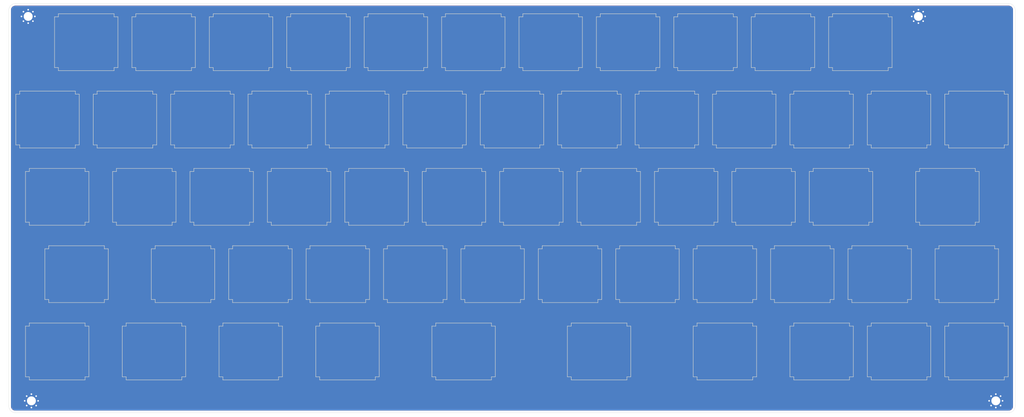
<source format=kicad_pcb>
(kicad_pcb (version 20171130) (host pcbnew "(5.1.5-0-10_14)")
  (layers (0 F.Cu signal) (31 B.Cu signal) (34 B.Paste user) (35 F.Paste user) (36 B.SilkS user) (37 F.SilkS user) (38 B.Mask user) (39 F.Mask user) (44 Edge.Cuts user))
  (net 0 "")
  (net 1 GND)
  (module MountingHole:MountingHole_2.2mm_M2_Pad_Via (layer F.Cu) (at 256.38125 48.41875)
    (fp_text reference H4)
    (fp_text value MountingHole_Pad)
    (pad 1 thru_hole circle (at 1.166726 -1.166726) (size 0.7 0.7) (drill 0.4) (layers *.Cu *.Mask) (net 1 GND))
    (pad 1 thru_hole circle (at 0 -1.65) (size 0.7 0.7) (drill 0.4) (layers *.Cu *.Mask) (net 1 GND))
    (pad 1 thru_hole circle (at -1.166726 -1.166726) (size 0.7 0.7) (drill 0.4) (layers *.Cu *.Mask) (net 1 GND))
    (pad 1 thru_hole circle (at -1.65 0) (size 0.7 0.7) (drill 0.4) (layers *.Cu *.Mask) (net 1 GND))
    (pad 1 thru_hole circle (at -1.166726 1.166726) (size 0.7 0.7) (drill 0.4) (layers *.Cu *.Mask) (net 1 GND))
    (pad 1 thru_hole circle (at 0 1.65) (size 0.7 0.7) (drill 0.4) (layers *.Cu *.Mask) (net 1 GND))
    (pad 1 thru_hole circle (at 1.166726 1.166726) (size 0.7 0.7) (drill 0.4) (layers *.Cu *.Mask) (net 1 GND))
    (pad 1 thru_hole circle (at 1.65 0) (size 0.7 0.7) (drill 0.4) (layers *.Cu *.Mask) (net 1 GND))
    (pad 1 thru_hole circle (at 0 0) (size 4.4 4.4) (drill 2.2) (layers *.Cu *.Mask) (net 1 GND))
  )
  (module MountingHole:MountingHole_2.2mm_M2_Pad_Via (layer F.Cu) (at 275.43125 143.129)
    (fp_text reference H3)
    (fp_text value MountingHole_Pad)
    (pad 1 thru_hole circle (at 1.166726 -1.166726) (size 0.7 0.7) (drill 0.4) (layers *.Cu *.Mask) (net 1 GND))
    (pad 1 thru_hole circle (at 0 -1.65) (size 0.7 0.7) (drill 0.4) (layers *.Cu *.Mask) (net 1 GND))
    (pad 1 thru_hole circle (at -1.166726 -1.166726) (size 0.7 0.7) (drill 0.4) (layers *.Cu *.Mask) (net 1 GND))
    (pad 1 thru_hole circle (at -1.65 0) (size 0.7 0.7) (drill 0.4) (layers *.Cu *.Mask) (net 1 GND))
    (pad 1 thru_hole circle (at -1.166726 1.166726) (size 0.7 0.7) (drill 0.4) (layers *.Cu *.Mask) (net 1 GND))
    (pad 1 thru_hole circle (at 0 1.65) (size 0.7 0.7) (drill 0.4) (layers *.Cu *.Mask) (net 1 GND))
    (pad 1 thru_hole circle (at 1.166726 1.166726) (size 0.7 0.7) (drill 0.4) (layers *.Cu *.Mask) (net 1 GND))
    (pad 1 thru_hole circle (at 1.65 0) (size 0.7 0.7) (drill 0.4) (layers *.Cu *.Mask) (net 1 GND))
    (pad 1 thru_hole circle (at 0 0) (size 4.4 4.4) (drill 2.2) (layers *.Cu *.Mask) (net 1 GND))
  )
  (module MountingHole:MountingHole_2.2mm_M2_Pad_Via (layer F.Cu) (at 38.1 143.129)
    (fp_text reference H2)
    (fp_text value MountingHole_Pad)
    (pad 1 thru_hole circle (at 1.166726 -1.166726) (size 0.7 0.7) (drill 0.4) (layers *.Cu *.Mask) (net 1 GND))
    (pad 1 thru_hole circle (at 0 -1.65) (size 0.7 0.7) (drill 0.4) (layers *.Cu *.Mask) (net 1 GND))
    (pad 1 thru_hole circle (at -1.166726 -1.166726) (size 0.7 0.7) (drill 0.4) (layers *.Cu *.Mask) (net 1 GND))
    (pad 1 thru_hole circle (at -1.65 0) (size 0.7 0.7) (drill 0.4) (layers *.Cu *.Mask) (net 1 GND))
    (pad 1 thru_hole circle (at -1.166726 1.166726) (size 0.7 0.7) (drill 0.4) (layers *.Cu *.Mask) (net 1 GND))
    (pad 1 thru_hole circle (at 0 1.65) (size 0.7 0.7) (drill 0.4) (layers *.Cu *.Mask) (net 1 GND))
    (pad 1 thru_hole circle (at 1.166726 1.166726) (size 0.7 0.7) (drill 0.4) (layers *.Cu *.Mask) (net 1 GND))
    (pad 1 thru_hole circle (at 1.65 0) (size 0.7 0.7) (drill 0.4) (layers *.Cu *.Mask) (net 1 GND))
    (pad 1 thru_hole circle (at 0 0) (size 4.4 4.4) (drill 2.2) (layers *.Cu *.Mask) (net 1 GND))
  )
  (module MountingHole:MountingHole_2.2mm_M2_Pad_Via (layer F.Cu) (at 37.30625 48.41875)
    (fp_text reference H1)
    (fp_text value MountingHole_Pad)
    (pad 1 thru_hole circle (at 1.166726 -1.166726) (size 0.7 0.7) (drill 0.4) (layers *.Cu *.Mask) (net 1 GND))
    (pad 1 thru_hole circle (at 0 -1.65) (size 0.7 0.7) (drill 0.4) (layers *.Cu *.Mask) (net 1 GND))
    (pad 1 thru_hole circle (at -1.166726 -1.166726) (size 0.7 0.7) (drill 0.4) (layers *.Cu *.Mask) (net 1 GND))
    (pad 1 thru_hole circle (at -1.65 0) (size 0.7 0.7) (drill 0.4) (layers *.Cu *.Mask) (net 1 GND))
    (pad 1 thru_hole circle (at -1.166726 1.166726) (size 0.7 0.7) (drill 0.4) (layers *.Cu *.Mask) (net 1 GND))
    (pad 1 thru_hole circle (at 0 1.65) (size 0.7 0.7) (drill 0.4) (layers *.Cu *.Mask) (net 1 GND))
    (pad 1 thru_hole circle (at 1.166726 1.166726) (size 0.7 0.7) (drill 0.4) (layers *.Cu *.Mask) (net 1 GND))
    (pad 1 thru_hole circle (at 1.65 0) (size 0.7 0.7) (drill 0.4) (layers *.Cu *.Mask) (net 1 GND))
    (pad 1 thru_hole circle (at 0 0) (size 4.4 4.4) (drill 2.2) (layers *.Cu *.Mask) (net 1 GND))
  )
  (module Keebio-Parts:MX-Alps_Switch_Cutout (layer F.Cu) (at 270.66875 130.96875)
    (fp_text reference SW58 hide)
    (fp_text value SW_Push hide)
    (fp_line (start -6.85 -6.25) (end -6.85 -7) (layer Edge.Cuts) (width 0.12))
    (fp_line (start -6.85 -7) (end 6.85 -7) (layer Edge.Cuts) (width 0.12))
    (fp_line (start 6.85 -7) (end 6.85 -6.25) (layer Edge.Cuts) (width 0.12))
    (fp_line (start 6.85 -6.25) (end 7.8 -6.25) (layer Edge.Cuts) (width 0.12))
    (fp_line (start 7.8 -6.25) (end 7.8 6.25) (layer Edge.Cuts) (width 0.12))
    (fp_line (start 7.8 6.25) (end 6.85 6.25) (layer Edge.Cuts) (width 0.12))
    (fp_line (start 6.85 6.25) (end 6.85 7) (layer Edge.Cuts) (width 0.12))
    (fp_line (start 6.85 7) (end -6.85 7) (layer Edge.Cuts) (width 0.12))
    (fp_line (start -6.85 7) (end -6.85 6.25) (layer Edge.Cuts) (width 0.12))
    (fp_line (start -6.85 6.25) (end -7.8 6.25) (layer Edge.Cuts) (width 0.12))
    (fp_line (start -7.8 6.25) (end -7.8 -6.25) (layer Edge.Cuts) (width 0.12))
    (fp_line (start -7.8 -6.25) (end -6.85 -6.25) (layer Edge.Cuts) (width 0.12))
    (pad 1 smd roundrect (at 0 0 180) (size 17.4 15.8) (layers F.Cu F.Mask) (roundrect_rratio 0.063) (net 1 GND))
    (pad 1 smd roundrect (at 0 0 180) (size 17.4 15.8) (layers B.Cu B.Mask) (roundrect_rratio 0.063) (net 1 GND))
  )
  (module Keebio-Parts:MX-Alps_Switch_Cutout (layer F.Cu) (at 251.61875 130.96875)
    (fp_text reference SW57 hide)
    (fp_text value SW_Push hide)
    (fp_line (start -6.85 -6.25) (end -6.85 -7) (layer Edge.Cuts) (width 0.12))
    (fp_line (start -6.85 -7) (end 6.85 -7) (layer Edge.Cuts) (width 0.12))
    (fp_line (start 6.85 -7) (end 6.85 -6.25) (layer Edge.Cuts) (width 0.12))
    (fp_line (start 6.85 -6.25) (end 7.8 -6.25) (layer Edge.Cuts) (width 0.12))
    (fp_line (start 7.8 -6.25) (end 7.8 6.25) (layer Edge.Cuts) (width 0.12))
    (fp_line (start 7.8 6.25) (end 6.85 6.25) (layer Edge.Cuts) (width 0.12))
    (fp_line (start 6.85 6.25) (end 6.85 7) (layer Edge.Cuts) (width 0.12))
    (fp_line (start 6.85 7) (end -6.85 7) (layer Edge.Cuts) (width 0.12))
    (fp_line (start -6.85 7) (end -6.85 6.25) (layer Edge.Cuts) (width 0.12))
    (fp_line (start -6.85 6.25) (end -7.8 6.25) (layer Edge.Cuts) (width 0.12))
    (fp_line (start -7.8 6.25) (end -7.8 -6.25) (layer Edge.Cuts) (width 0.12))
    (fp_line (start -7.8 -6.25) (end -6.85 -6.25) (layer Edge.Cuts) (width 0.12))
    (pad 1 smd roundrect (at 0 0 180) (size 17.4 15.8) (layers F.Cu F.Mask) (roundrect_rratio 0.063) (net 1 GND))
    (pad 1 smd roundrect (at 0 0 180) (size 17.4 15.8) (layers B.Cu B.Mask) (roundrect_rratio 0.063) (net 1 GND))
  )
  (module Keebio-Parts:MX-Alps_Switch_Cutout (layer F.Cu) (at 232.56875 130.96875)
    (fp_text reference SW56 hide)
    (fp_text value SW_Push hide)
    (fp_line (start -6.85 -6.25) (end -6.85 -7) (layer Edge.Cuts) (width 0.12))
    (fp_line (start -6.85 -7) (end 6.85 -7) (layer Edge.Cuts) (width 0.12))
    (fp_line (start 6.85 -7) (end 6.85 -6.25) (layer Edge.Cuts) (width 0.12))
    (fp_line (start 6.85 -6.25) (end 7.8 -6.25) (layer Edge.Cuts) (width 0.12))
    (fp_line (start 7.8 -6.25) (end 7.8 6.25) (layer Edge.Cuts) (width 0.12))
    (fp_line (start 7.8 6.25) (end 6.85 6.25) (layer Edge.Cuts) (width 0.12))
    (fp_line (start 6.85 6.25) (end 6.85 7) (layer Edge.Cuts) (width 0.12))
    (fp_line (start 6.85 7) (end -6.85 7) (layer Edge.Cuts) (width 0.12))
    (fp_line (start -6.85 7) (end -6.85 6.25) (layer Edge.Cuts) (width 0.12))
    (fp_line (start -6.85 6.25) (end -7.8 6.25) (layer Edge.Cuts) (width 0.12))
    (fp_line (start -7.8 6.25) (end -7.8 -6.25) (layer Edge.Cuts) (width 0.12))
    (fp_line (start -7.8 -6.25) (end -6.85 -6.25) (layer Edge.Cuts) (width 0.12))
    (pad 1 smd roundrect (at 0 0 180) (size 17.4 15.8) (layers F.Cu F.Mask) (roundrect_rratio 0.063) (net 1 GND))
    (pad 1 smd roundrect (at 0 0 180) (size 17.4 15.8) (layers B.Cu B.Mask) (roundrect_rratio 0.063) (net 1 GND))
  )
  (module Keebio-Parts:MX-Alps_Switch_Cutout (layer F.Cu) (at 208.75625 130.96875)
    (fp_text reference SW55 hide)
    (fp_text value SW_Push hide)
    (fp_line (start -6.85 -6.25) (end -6.85 -7) (layer Edge.Cuts) (width 0.12))
    (fp_line (start -6.85 -7) (end 6.85 -7) (layer Edge.Cuts) (width 0.12))
    (fp_line (start 6.85 -7) (end 6.85 -6.25) (layer Edge.Cuts) (width 0.12))
    (fp_line (start 6.85 -6.25) (end 7.8 -6.25) (layer Edge.Cuts) (width 0.12))
    (fp_line (start 7.8 -6.25) (end 7.8 6.25) (layer Edge.Cuts) (width 0.12))
    (fp_line (start 7.8 6.25) (end 6.85 6.25) (layer Edge.Cuts) (width 0.12))
    (fp_line (start 6.85 6.25) (end 6.85 7) (layer Edge.Cuts) (width 0.12))
    (fp_line (start 6.85 7) (end -6.85 7) (layer Edge.Cuts) (width 0.12))
    (fp_line (start -6.85 7) (end -6.85 6.25) (layer Edge.Cuts) (width 0.12))
    (fp_line (start -6.85 6.25) (end -7.8 6.25) (layer Edge.Cuts) (width 0.12))
    (fp_line (start -7.8 6.25) (end -7.8 -6.25) (layer Edge.Cuts) (width 0.12))
    (fp_line (start -7.8 -6.25) (end -6.85 -6.25) (layer Edge.Cuts) (width 0.12))
    (pad 1 smd roundrect (at 0 0 180) (size 17.4 15.8) (layers F.Cu F.Mask) (roundrect_rratio 0.063) (net 1 GND))
    (pad 1 smd roundrect (at 0 0 180) (size 17.4 15.8) (layers B.Cu B.Mask) (roundrect_rratio 0.063) (net 1 GND))
  )
  (module Keebio-Parts:MX-Alps_Switch_Cutout (layer F.Cu) (at 177.8 130.96875)
    (fp_text reference SW54 hide)
    (fp_text value SW_Push hide)
    (fp_line (start -6.85 -6.25) (end -6.85 -7) (layer Edge.Cuts) (width 0.12))
    (fp_line (start -6.85 -7) (end 6.85 -7) (layer Edge.Cuts) (width 0.12))
    (fp_line (start 6.85 -7) (end 6.85 -6.25) (layer Edge.Cuts) (width 0.12))
    (fp_line (start 6.85 -6.25) (end 7.8 -6.25) (layer Edge.Cuts) (width 0.12))
    (fp_line (start 7.8 -6.25) (end 7.8 6.25) (layer Edge.Cuts) (width 0.12))
    (fp_line (start 7.8 6.25) (end 6.85 6.25) (layer Edge.Cuts) (width 0.12))
    (fp_line (start 6.85 6.25) (end 6.85 7) (layer Edge.Cuts) (width 0.12))
    (fp_line (start 6.85 7) (end -6.85 7) (layer Edge.Cuts) (width 0.12))
    (fp_line (start -6.85 7) (end -6.85 6.25) (layer Edge.Cuts) (width 0.12))
    (fp_line (start -6.85 6.25) (end -7.8 6.25) (layer Edge.Cuts) (width 0.12))
    (fp_line (start -7.8 6.25) (end -7.8 -6.25) (layer Edge.Cuts) (width 0.12))
    (fp_line (start -7.8 -6.25) (end -6.85 -6.25) (layer Edge.Cuts) (width 0.12))
    (pad 1 smd roundrect (at 0 0 180) (size 17.4 15.8) (layers F.Cu F.Mask) (roundrect_rratio 0.063) (net 1 GND))
    (pad 1 smd roundrect (at 0 0 180) (size 17.4 15.8) (layers B.Cu B.Mask) (roundrect_rratio 0.063) (net 1 GND))
  )
  (module Keebio-Parts:MX-Alps_Switch_Cutout (layer F.Cu) (at 144.4625 130.96875)
    (fp_text reference SW53 hide)
    (fp_text value SW_Push hide)
    (fp_line (start -6.85 -6.25) (end -6.85 -7) (layer Edge.Cuts) (width 0.12))
    (fp_line (start -6.85 -7) (end 6.85 -7) (layer Edge.Cuts) (width 0.12))
    (fp_line (start 6.85 -7) (end 6.85 -6.25) (layer Edge.Cuts) (width 0.12))
    (fp_line (start 6.85 -6.25) (end 7.8 -6.25) (layer Edge.Cuts) (width 0.12))
    (fp_line (start 7.8 -6.25) (end 7.8 6.25) (layer Edge.Cuts) (width 0.12))
    (fp_line (start 7.8 6.25) (end 6.85 6.25) (layer Edge.Cuts) (width 0.12))
    (fp_line (start 6.85 6.25) (end 6.85 7) (layer Edge.Cuts) (width 0.12))
    (fp_line (start 6.85 7) (end -6.85 7) (layer Edge.Cuts) (width 0.12))
    (fp_line (start -6.85 7) (end -6.85 6.25) (layer Edge.Cuts) (width 0.12))
    (fp_line (start -6.85 6.25) (end -7.8 6.25) (layer Edge.Cuts) (width 0.12))
    (fp_line (start -7.8 6.25) (end -7.8 -6.25) (layer Edge.Cuts) (width 0.12))
    (fp_line (start -7.8 -6.25) (end -6.85 -6.25) (layer Edge.Cuts) (width 0.12))
    (pad 1 smd roundrect (at 0 0 180) (size 17.4 15.8) (layers F.Cu F.Mask) (roundrect_rratio 0.063) (net 1 GND))
    (pad 1 smd roundrect (at 0 0 180) (size 17.4 15.8) (layers B.Cu B.Mask) (roundrect_rratio 0.063) (net 1 GND))
  )
  (module Keebio-Parts:MX-Alps_Switch_Cutout (layer F.Cu) (at 115.8875 130.96875)
    (fp_text reference SW52 hide)
    (fp_text value SW_Push hide)
    (fp_line (start -6.85 -6.25) (end -6.85 -7) (layer Edge.Cuts) (width 0.12))
    (fp_line (start -6.85 -7) (end 6.85 -7) (layer Edge.Cuts) (width 0.12))
    (fp_line (start 6.85 -7) (end 6.85 -6.25) (layer Edge.Cuts) (width 0.12))
    (fp_line (start 6.85 -6.25) (end 7.8 -6.25) (layer Edge.Cuts) (width 0.12))
    (fp_line (start 7.8 -6.25) (end 7.8 6.25) (layer Edge.Cuts) (width 0.12))
    (fp_line (start 7.8 6.25) (end 6.85 6.25) (layer Edge.Cuts) (width 0.12))
    (fp_line (start 6.85 6.25) (end 6.85 7) (layer Edge.Cuts) (width 0.12))
    (fp_line (start 6.85 7) (end -6.85 7) (layer Edge.Cuts) (width 0.12))
    (fp_line (start -6.85 7) (end -6.85 6.25) (layer Edge.Cuts) (width 0.12))
    (fp_line (start -6.85 6.25) (end -7.8 6.25) (layer Edge.Cuts) (width 0.12))
    (fp_line (start -7.8 6.25) (end -7.8 -6.25) (layer Edge.Cuts) (width 0.12))
    (fp_line (start -7.8 -6.25) (end -6.85 -6.25) (layer Edge.Cuts) (width 0.12))
    (pad 1 smd roundrect (at 0 0 180) (size 17.4 15.8) (layers F.Cu F.Mask) (roundrect_rratio 0.063) (net 1 GND))
    (pad 1 smd roundrect (at 0 0 180) (size 17.4 15.8) (layers B.Cu B.Mask) (roundrect_rratio 0.063) (net 1 GND))
  )
  (module Keebio-Parts:MX-Alps_Switch_Cutout (layer F.Cu) (at 92.075 130.96875)
    (fp_text reference SW51 hide)
    (fp_text value SW_Push hide)
    (fp_line (start -6.85 -6.25) (end -6.85 -7) (layer Edge.Cuts) (width 0.12))
    (fp_line (start -6.85 -7) (end 6.85 -7) (layer Edge.Cuts) (width 0.12))
    (fp_line (start 6.85 -7) (end 6.85 -6.25) (layer Edge.Cuts) (width 0.12))
    (fp_line (start 6.85 -6.25) (end 7.8 -6.25) (layer Edge.Cuts) (width 0.12))
    (fp_line (start 7.8 -6.25) (end 7.8 6.25) (layer Edge.Cuts) (width 0.12))
    (fp_line (start 7.8 6.25) (end 6.85 6.25) (layer Edge.Cuts) (width 0.12))
    (fp_line (start 6.85 6.25) (end 6.85 7) (layer Edge.Cuts) (width 0.12))
    (fp_line (start 6.85 7) (end -6.85 7) (layer Edge.Cuts) (width 0.12))
    (fp_line (start -6.85 7) (end -6.85 6.25) (layer Edge.Cuts) (width 0.12))
    (fp_line (start -6.85 6.25) (end -7.8 6.25) (layer Edge.Cuts) (width 0.12))
    (fp_line (start -7.8 6.25) (end -7.8 -6.25) (layer Edge.Cuts) (width 0.12))
    (fp_line (start -7.8 -6.25) (end -6.85 -6.25) (layer Edge.Cuts) (width 0.12))
    (pad 1 smd roundrect (at 0 0 180) (size 17.4 15.8) (layers F.Cu F.Mask) (roundrect_rratio 0.063) (net 1 GND))
    (pad 1 smd roundrect (at 0 0 180) (size 17.4 15.8) (layers B.Cu B.Mask) (roundrect_rratio 0.063) (net 1 GND))
  )
  (module Keebio-Parts:MX-Alps_Switch_Cutout (layer F.Cu) (at 68.2625 130.96875)
    (fp_text reference SW50 hide)
    (fp_text value SW_Push hide)
    (fp_line (start -6.85 -6.25) (end -6.85 -7) (layer Edge.Cuts) (width 0.12))
    (fp_line (start -6.85 -7) (end 6.85 -7) (layer Edge.Cuts) (width 0.12))
    (fp_line (start 6.85 -7) (end 6.85 -6.25) (layer Edge.Cuts) (width 0.12))
    (fp_line (start 6.85 -6.25) (end 7.8 -6.25) (layer Edge.Cuts) (width 0.12))
    (fp_line (start 7.8 -6.25) (end 7.8 6.25) (layer Edge.Cuts) (width 0.12))
    (fp_line (start 7.8 6.25) (end 6.85 6.25) (layer Edge.Cuts) (width 0.12))
    (fp_line (start 6.85 6.25) (end 6.85 7) (layer Edge.Cuts) (width 0.12))
    (fp_line (start 6.85 7) (end -6.85 7) (layer Edge.Cuts) (width 0.12))
    (fp_line (start -6.85 7) (end -6.85 6.25) (layer Edge.Cuts) (width 0.12))
    (fp_line (start -6.85 6.25) (end -7.8 6.25) (layer Edge.Cuts) (width 0.12))
    (fp_line (start -7.8 6.25) (end -7.8 -6.25) (layer Edge.Cuts) (width 0.12))
    (fp_line (start -7.8 -6.25) (end -6.85 -6.25) (layer Edge.Cuts) (width 0.12))
    (pad 1 smd roundrect (at 0 0 180) (size 17.4 15.8) (layers F.Cu F.Mask) (roundrect_rratio 0.063) (net 1 GND))
    (pad 1 smd roundrect (at 0 0 180) (size 17.4 15.8) (layers B.Cu B.Mask) (roundrect_rratio 0.063) (net 1 GND))
  )
  (module Keebio-Parts:MX-Alps_Switch_Cutout (layer F.Cu) (at 44.45 130.96875)
    (fp_text reference SW49 hide)
    (fp_text value SW_Push hide)
    (fp_line (start -6.85 -6.25) (end -6.85 -7) (layer Edge.Cuts) (width 0.12))
    (fp_line (start -6.85 -7) (end 6.85 -7) (layer Edge.Cuts) (width 0.12))
    (fp_line (start 6.85 -7) (end 6.85 -6.25) (layer Edge.Cuts) (width 0.12))
    (fp_line (start 6.85 -6.25) (end 7.8 -6.25) (layer Edge.Cuts) (width 0.12))
    (fp_line (start 7.8 -6.25) (end 7.8 6.25) (layer Edge.Cuts) (width 0.12))
    (fp_line (start 7.8 6.25) (end 6.85 6.25) (layer Edge.Cuts) (width 0.12))
    (fp_line (start 6.85 6.25) (end 6.85 7) (layer Edge.Cuts) (width 0.12))
    (fp_line (start 6.85 7) (end -6.85 7) (layer Edge.Cuts) (width 0.12))
    (fp_line (start -6.85 7) (end -6.85 6.25) (layer Edge.Cuts) (width 0.12))
    (fp_line (start -6.85 6.25) (end -7.8 6.25) (layer Edge.Cuts) (width 0.12))
    (fp_line (start -7.8 6.25) (end -7.8 -6.25) (layer Edge.Cuts) (width 0.12))
    (fp_line (start -7.8 -6.25) (end -6.85 -6.25) (layer Edge.Cuts) (width 0.12))
    (pad 1 smd roundrect (at 0 0 180) (size 17.4 15.8) (layers F.Cu F.Mask) (roundrect_rratio 0.063) (net 1 GND))
    (pad 1 smd roundrect (at 0 0 180) (size 17.4 15.8) (layers B.Cu B.Mask) (roundrect_rratio 0.063) (net 1 GND))
  )
  (module Keebio-Parts:MX-Alps_Switch_Cutout (layer F.Cu) (at 268.2875 111.91875)
    (fp_text reference SW48 hide)
    (fp_text value SW_Push hide)
    (fp_line (start -6.85 -6.25) (end -6.85 -7) (layer Edge.Cuts) (width 0.12))
    (fp_line (start -6.85 -7) (end 6.85 -7) (layer Edge.Cuts) (width 0.12))
    (fp_line (start 6.85 -7) (end 6.85 -6.25) (layer Edge.Cuts) (width 0.12))
    (fp_line (start 6.85 -6.25) (end 7.8 -6.25) (layer Edge.Cuts) (width 0.12))
    (fp_line (start 7.8 -6.25) (end 7.8 6.25) (layer Edge.Cuts) (width 0.12))
    (fp_line (start 7.8 6.25) (end 6.85 6.25) (layer Edge.Cuts) (width 0.12))
    (fp_line (start 6.85 6.25) (end 6.85 7) (layer Edge.Cuts) (width 0.12))
    (fp_line (start 6.85 7) (end -6.85 7) (layer Edge.Cuts) (width 0.12))
    (fp_line (start -6.85 7) (end -6.85 6.25) (layer Edge.Cuts) (width 0.12))
    (fp_line (start -6.85 6.25) (end -7.8 6.25) (layer Edge.Cuts) (width 0.12))
    (fp_line (start -7.8 6.25) (end -7.8 -6.25) (layer Edge.Cuts) (width 0.12))
    (fp_line (start -7.8 -6.25) (end -6.85 -6.25) (layer Edge.Cuts) (width 0.12))
    (pad 1 smd roundrect (at 0 0 180) (size 17.4 15.8) (layers F.Cu F.Mask) (roundrect_rratio 0.063) (net 1 GND))
    (pad 1 smd roundrect (at 0 0 180) (size 17.4 15.8) (layers B.Cu B.Mask) (roundrect_rratio 0.063) (net 1 GND))
  )
  (module Keebio-Parts:MX-Alps_Switch_Cutout (layer F.Cu) (at 246.85625 111.91875)
    (fp_text reference SW47 hide)
    (fp_text value SW_Push hide)
    (fp_line (start -6.85 -6.25) (end -6.85 -7) (layer Edge.Cuts) (width 0.12))
    (fp_line (start -6.85 -7) (end 6.85 -7) (layer Edge.Cuts) (width 0.12))
    (fp_line (start 6.85 -7) (end 6.85 -6.25) (layer Edge.Cuts) (width 0.12))
    (fp_line (start 6.85 -6.25) (end 7.8 -6.25) (layer Edge.Cuts) (width 0.12))
    (fp_line (start 7.8 -6.25) (end 7.8 6.25) (layer Edge.Cuts) (width 0.12))
    (fp_line (start 7.8 6.25) (end 6.85 6.25) (layer Edge.Cuts) (width 0.12))
    (fp_line (start 6.85 6.25) (end 6.85 7) (layer Edge.Cuts) (width 0.12))
    (fp_line (start 6.85 7) (end -6.85 7) (layer Edge.Cuts) (width 0.12))
    (fp_line (start -6.85 7) (end -6.85 6.25) (layer Edge.Cuts) (width 0.12))
    (fp_line (start -6.85 6.25) (end -7.8 6.25) (layer Edge.Cuts) (width 0.12))
    (fp_line (start -7.8 6.25) (end -7.8 -6.25) (layer Edge.Cuts) (width 0.12))
    (fp_line (start -7.8 -6.25) (end -6.85 -6.25) (layer Edge.Cuts) (width 0.12))
    (pad 1 smd roundrect (at 0 0 180) (size 17.4 15.8) (layers F.Cu F.Mask) (roundrect_rratio 0.063) (net 1 GND))
    (pad 1 smd roundrect (at 0 0 180) (size 17.4 15.8) (layers B.Cu B.Mask) (roundrect_rratio 0.063) (net 1 GND))
  )
  (module Keebio-Parts:MX-Alps_Switch_Cutout (layer F.Cu) (at 227.80625 111.91875)
    (fp_text reference SW46 hide)
    (fp_text value SW_Push hide)
    (fp_line (start -6.85 -6.25) (end -6.85 -7) (layer Edge.Cuts) (width 0.12))
    (fp_line (start -6.85 -7) (end 6.85 -7) (layer Edge.Cuts) (width 0.12))
    (fp_line (start 6.85 -7) (end 6.85 -6.25) (layer Edge.Cuts) (width 0.12))
    (fp_line (start 6.85 -6.25) (end 7.8 -6.25) (layer Edge.Cuts) (width 0.12))
    (fp_line (start 7.8 -6.25) (end 7.8 6.25) (layer Edge.Cuts) (width 0.12))
    (fp_line (start 7.8 6.25) (end 6.85 6.25) (layer Edge.Cuts) (width 0.12))
    (fp_line (start 6.85 6.25) (end 6.85 7) (layer Edge.Cuts) (width 0.12))
    (fp_line (start 6.85 7) (end -6.85 7) (layer Edge.Cuts) (width 0.12))
    (fp_line (start -6.85 7) (end -6.85 6.25) (layer Edge.Cuts) (width 0.12))
    (fp_line (start -6.85 6.25) (end -7.8 6.25) (layer Edge.Cuts) (width 0.12))
    (fp_line (start -7.8 6.25) (end -7.8 -6.25) (layer Edge.Cuts) (width 0.12))
    (fp_line (start -7.8 -6.25) (end -6.85 -6.25) (layer Edge.Cuts) (width 0.12))
    (pad 1 smd roundrect (at 0 0 180) (size 17.4 15.8) (layers F.Cu F.Mask) (roundrect_rratio 0.063) (net 1 GND))
    (pad 1 smd roundrect (at 0 0 180) (size 17.4 15.8) (layers B.Cu B.Mask) (roundrect_rratio 0.063) (net 1 GND))
  )
  (module Keebio-Parts:MX-Alps_Switch_Cutout (layer F.Cu) (at 208.75625 111.91875)
    (fp_text reference SW45 hide)
    (fp_text value SW_Push hide)
    (fp_line (start -6.85 -6.25) (end -6.85 -7) (layer Edge.Cuts) (width 0.12))
    (fp_line (start -6.85 -7) (end 6.85 -7) (layer Edge.Cuts) (width 0.12))
    (fp_line (start 6.85 -7) (end 6.85 -6.25) (layer Edge.Cuts) (width 0.12))
    (fp_line (start 6.85 -6.25) (end 7.8 -6.25) (layer Edge.Cuts) (width 0.12))
    (fp_line (start 7.8 -6.25) (end 7.8 6.25) (layer Edge.Cuts) (width 0.12))
    (fp_line (start 7.8 6.25) (end 6.85 6.25) (layer Edge.Cuts) (width 0.12))
    (fp_line (start 6.85 6.25) (end 6.85 7) (layer Edge.Cuts) (width 0.12))
    (fp_line (start 6.85 7) (end -6.85 7) (layer Edge.Cuts) (width 0.12))
    (fp_line (start -6.85 7) (end -6.85 6.25) (layer Edge.Cuts) (width 0.12))
    (fp_line (start -6.85 6.25) (end -7.8 6.25) (layer Edge.Cuts) (width 0.12))
    (fp_line (start -7.8 6.25) (end -7.8 -6.25) (layer Edge.Cuts) (width 0.12))
    (fp_line (start -7.8 -6.25) (end -6.85 -6.25) (layer Edge.Cuts) (width 0.12))
    (pad 1 smd roundrect (at 0 0 180) (size 17.4 15.8) (layers F.Cu F.Mask) (roundrect_rratio 0.063) (net 1 GND))
    (pad 1 smd roundrect (at 0 0 180) (size 17.4 15.8) (layers B.Cu B.Mask) (roundrect_rratio 0.063) (net 1 GND))
  )
  (module Keebio-Parts:MX-Alps_Switch_Cutout (layer F.Cu) (at 189.70625 111.91875)
    (fp_text reference SW44 hide)
    (fp_text value SW_Push hide)
    (fp_line (start -6.85 -6.25) (end -6.85 -7) (layer Edge.Cuts) (width 0.12))
    (fp_line (start -6.85 -7) (end 6.85 -7) (layer Edge.Cuts) (width 0.12))
    (fp_line (start 6.85 -7) (end 6.85 -6.25) (layer Edge.Cuts) (width 0.12))
    (fp_line (start 6.85 -6.25) (end 7.8 -6.25) (layer Edge.Cuts) (width 0.12))
    (fp_line (start 7.8 -6.25) (end 7.8 6.25) (layer Edge.Cuts) (width 0.12))
    (fp_line (start 7.8 6.25) (end 6.85 6.25) (layer Edge.Cuts) (width 0.12))
    (fp_line (start 6.85 6.25) (end 6.85 7) (layer Edge.Cuts) (width 0.12))
    (fp_line (start 6.85 7) (end -6.85 7) (layer Edge.Cuts) (width 0.12))
    (fp_line (start -6.85 7) (end -6.85 6.25) (layer Edge.Cuts) (width 0.12))
    (fp_line (start -6.85 6.25) (end -7.8 6.25) (layer Edge.Cuts) (width 0.12))
    (fp_line (start -7.8 6.25) (end -7.8 -6.25) (layer Edge.Cuts) (width 0.12))
    (fp_line (start -7.8 -6.25) (end -6.85 -6.25) (layer Edge.Cuts) (width 0.12))
    (pad 1 smd roundrect (at 0 0 180) (size 17.4 15.8) (layers F.Cu F.Mask) (roundrect_rratio 0.063) (net 1 GND))
    (pad 1 smd roundrect (at 0 0 180) (size 17.4 15.8) (layers B.Cu B.Mask) (roundrect_rratio 0.063) (net 1 GND))
  )
  (module Keebio-Parts:MX-Alps_Switch_Cutout (layer F.Cu) (at 170.65625 111.91875)
    (fp_text reference SW43 hide)
    (fp_text value SW_Push hide)
    (fp_line (start -6.85 -6.25) (end -6.85 -7) (layer Edge.Cuts) (width 0.12))
    (fp_line (start -6.85 -7) (end 6.85 -7) (layer Edge.Cuts) (width 0.12))
    (fp_line (start 6.85 -7) (end 6.85 -6.25) (layer Edge.Cuts) (width 0.12))
    (fp_line (start 6.85 -6.25) (end 7.8 -6.25) (layer Edge.Cuts) (width 0.12))
    (fp_line (start 7.8 -6.25) (end 7.8 6.25) (layer Edge.Cuts) (width 0.12))
    (fp_line (start 7.8 6.25) (end 6.85 6.25) (layer Edge.Cuts) (width 0.12))
    (fp_line (start 6.85 6.25) (end 6.85 7) (layer Edge.Cuts) (width 0.12))
    (fp_line (start 6.85 7) (end -6.85 7) (layer Edge.Cuts) (width 0.12))
    (fp_line (start -6.85 7) (end -6.85 6.25) (layer Edge.Cuts) (width 0.12))
    (fp_line (start -6.85 6.25) (end -7.8 6.25) (layer Edge.Cuts) (width 0.12))
    (fp_line (start -7.8 6.25) (end -7.8 -6.25) (layer Edge.Cuts) (width 0.12))
    (fp_line (start -7.8 -6.25) (end -6.85 -6.25) (layer Edge.Cuts) (width 0.12))
    (pad 1 smd roundrect (at 0 0 180) (size 17.4 15.8) (layers F.Cu F.Mask) (roundrect_rratio 0.063) (net 1 GND))
    (pad 1 smd roundrect (at 0 0 180) (size 17.4 15.8) (layers B.Cu B.Mask) (roundrect_rratio 0.063) (net 1 GND))
  )
  (module Keebio-Parts:MX-Alps_Switch_Cutout (layer F.Cu) (at 151.60625 111.91875)
    (fp_text reference SW42 hide)
    (fp_text value SW_Push hide)
    (fp_line (start -6.85 -6.25) (end -6.85 -7) (layer Edge.Cuts) (width 0.12))
    (fp_line (start -6.85 -7) (end 6.85 -7) (layer Edge.Cuts) (width 0.12))
    (fp_line (start 6.85 -7) (end 6.85 -6.25) (layer Edge.Cuts) (width 0.12))
    (fp_line (start 6.85 -6.25) (end 7.8 -6.25) (layer Edge.Cuts) (width 0.12))
    (fp_line (start 7.8 -6.25) (end 7.8 6.25) (layer Edge.Cuts) (width 0.12))
    (fp_line (start 7.8 6.25) (end 6.85 6.25) (layer Edge.Cuts) (width 0.12))
    (fp_line (start 6.85 6.25) (end 6.85 7) (layer Edge.Cuts) (width 0.12))
    (fp_line (start 6.85 7) (end -6.85 7) (layer Edge.Cuts) (width 0.12))
    (fp_line (start -6.85 7) (end -6.85 6.25) (layer Edge.Cuts) (width 0.12))
    (fp_line (start -6.85 6.25) (end -7.8 6.25) (layer Edge.Cuts) (width 0.12))
    (fp_line (start -7.8 6.25) (end -7.8 -6.25) (layer Edge.Cuts) (width 0.12))
    (fp_line (start -7.8 -6.25) (end -6.85 -6.25) (layer Edge.Cuts) (width 0.12))
    (pad 1 smd roundrect (at 0 0 180) (size 17.4 15.8) (layers F.Cu F.Mask) (roundrect_rratio 0.063) (net 1 GND))
    (pad 1 smd roundrect (at 0 0 180) (size 17.4 15.8) (layers B.Cu B.Mask) (roundrect_rratio 0.063) (net 1 GND))
  )
  (module Keebio-Parts:MX-Alps_Switch_Cutout (layer F.Cu) (at 132.55625 111.91875)
    (fp_text reference SW41 hide)
    (fp_text value SW_Push hide)
    (fp_line (start -6.85 -6.25) (end -6.85 -7) (layer Edge.Cuts) (width 0.12))
    (fp_line (start -6.85 -7) (end 6.85 -7) (layer Edge.Cuts) (width 0.12))
    (fp_line (start 6.85 -7) (end 6.85 -6.25) (layer Edge.Cuts) (width 0.12))
    (fp_line (start 6.85 -6.25) (end 7.8 -6.25) (layer Edge.Cuts) (width 0.12))
    (fp_line (start 7.8 -6.25) (end 7.8 6.25) (layer Edge.Cuts) (width 0.12))
    (fp_line (start 7.8 6.25) (end 6.85 6.25) (layer Edge.Cuts) (width 0.12))
    (fp_line (start 6.85 6.25) (end 6.85 7) (layer Edge.Cuts) (width 0.12))
    (fp_line (start 6.85 7) (end -6.85 7) (layer Edge.Cuts) (width 0.12))
    (fp_line (start -6.85 7) (end -6.85 6.25) (layer Edge.Cuts) (width 0.12))
    (fp_line (start -6.85 6.25) (end -7.8 6.25) (layer Edge.Cuts) (width 0.12))
    (fp_line (start -7.8 6.25) (end -7.8 -6.25) (layer Edge.Cuts) (width 0.12))
    (fp_line (start -7.8 -6.25) (end -6.85 -6.25) (layer Edge.Cuts) (width 0.12))
    (pad 1 smd roundrect (at 0 0 180) (size 17.4 15.8) (layers F.Cu F.Mask) (roundrect_rratio 0.063) (net 1 GND))
    (pad 1 smd roundrect (at 0 0 180) (size 17.4 15.8) (layers B.Cu B.Mask) (roundrect_rratio 0.063) (net 1 GND))
  )
  (module Keebio-Parts:MX-Alps_Switch_Cutout (layer F.Cu) (at 113.50625 111.91875)
    (fp_text reference SW40 hide)
    (fp_text value SW_Push hide)
    (fp_line (start -6.85 -6.25) (end -6.85 -7) (layer Edge.Cuts) (width 0.12))
    (fp_line (start -6.85 -7) (end 6.85 -7) (layer Edge.Cuts) (width 0.12))
    (fp_line (start 6.85 -7) (end 6.85 -6.25) (layer Edge.Cuts) (width 0.12))
    (fp_line (start 6.85 -6.25) (end 7.8 -6.25) (layer Edge.Cuts) (width 0.12))
    (fp_line (start 7.8 -6.25) (end 7.8 6.25) (layer Edge.Cuts) (width 0.12))
    (fp_line (start 7.8 6.25) (end 6.85 6.25) (layer Edge.Cuts) (width 0.12))
    (fp_line (start 6.85 6.25) (end 6.85 7) (layer Edge.Cuts) (width 0.12))
    (fp_line (start 6.85 7) (end -6.85 7) (layer Edge.Cuts) (width 0.12))
    (fp_line (start -6.85 7) (end -6.85 6.25) (layer Edge.Cuts) (width 0.12))
    (fp_line (start -6.85 6.25) (end -7.8 6.25) (layer Edge.Cuts) (width 0.12))
    (fp_line (start -7.8 6.25) (end -7.8 -6.25) (layer Edge.Cuts) (width 0.12))
    (fp_line (start -7.8 -6.25) (end -6.85 -6.25) (layer Edge.Cuts) (width 0.12))
    (pad 1 smd roundrect (at 0 0 180) (size 17.4 15.8) (layers F.Cu F.Mask) (roundrect_rratio 0.063) (net 1 GND))
    (pad 1 smd roundrect (at 0 0 180) (size 17.4 15.8) (layers B.Cu B.Mask) (roundrect_rratio 0.063) (net 1 GND))
  )
  (module Keebio-Parts:MX-Alps_Switch_Cutout (layer F.Cu) (at 94.45625 111.91875)
    (fp_text reference SW39 hide)
    (fp_text value SW_Push hide)
    (fp_line (start -6.85 -6.25) (end -6.85 -7) (layer Edge.Cuts) (width 0.12))
    (fp_line (start -6.85 -7) (end 6.85 -7) (layer Edge.Cuts) (width 0.12))
    (fp_line (start 6.85 -7) (end 6.85 -6.25) (layer Edge.Cuts) (width 0.12))
    (fp_line (start 6.85 -6.25) (end 7.8 -6.25) (layer Edge.Cuts) (width 0.12))
    (fp_line (start 7.8 -6.25) (end 7.8 6.25) (layer Edge.Cuts) (width 0.12))
    (fp_line (start 7.8 6.25) (end 6.85 6.25) (layer Edge.Cuts) (width 0.12))
    (fp_line (start 6.85 6.25) (end 6.85 7) (layer Edge.Cuts) (width 0.12))
    (fp_line (start 6.85 7) (end -6.85 7) (layer Edge.Cuts) (width 0.12))
    (fp_line (start -6.85 7) (end -6.85 6.25) (layer Edge.Cuts) (width 0.12))
    (fp_line (start -6.85 6.25) (end -7.8 6.25) (layer Edge.Cuts) (width 0.12))
    (fp_line (start -7.8 6.25) (end -7.8 -6.25) (layer Edge.Cuts) (width 0.12))
    (fp_line (start -7.8 -6.25) (end -6.85 -6.25) (layer Edge.Cuts) (width 0.12))
    (pad 1 smd roundrect (at 0 0 180) (size 17.4 15.8) (layers F.Cu F.Mask) (roundrect_rratio 0.063) (net 1 GND))
    (pad 1 smd roundrect (at 0 0 180) (size 17.4 15.8) (layers B.Cu B.Mask) (roundrect_rratio 0.063) (net 1 GND))
  )
  (module Keebio-Parts:MX-Alps_Switch_Cutout (layer F.Cu) (at 75.40625 111.91875)
    (fp_text reference SW38 hide)
    (fp_text value SW_Push hide)
    (fp_line (start -6.85 -6.25) (end -6.85 -7) (layer Edge.Cuts) (width 0.12))
    (fp_line (start -6.85 -7) (end 6.85 -7) (layer Edge.Cuts) (width 0.12))
    (fp_line (start 6.85 -7) (end 6.85 -6.25) (layer Edge.Cuts) (width 0.12))
    (fp_line (start 6.85 -6.25) (end 7.8 -6.25) (layer Edge.Cuts) (width 0.12))
    (fp_line (start 7.8 -6.25) (end 7.8 6.25) (layer Edge.Cuts) (width 0.12))
    (fp_line (start 7.8 6.25) (end 6.85 6.25) (layer Edge.Cuts) (width 0.12))
    (fp_line (start 6.85 6.25) (end 6.85 7) (layer Edge.Cuts) (width 0.12))
    (fp_line (start 6.85 7) (end -6.85 7) (layer Edge.Cuts) (width 0.12))
    (fp_line (start -6.85 7) (end -6.85 6.25) (layer Edge.Cuts) (width 0.12))
    (fp_line (start -6.85 6.25) (end -7.8 6.25) (layer Edge.Cuts) (width 0.12))
    (fp_line (start -7.8 6.25) (end -7.8 -6.25) (layer Edge.Cuts) (width 0.12))
    (fp_line (start -7.8 -6.25) (end -6.85 -6.25) (layer Edge.Cuts) (width 0.12))
    (pad 1 smd roundrect (at 0 0 180) (size 17.4 15.8) (layers F.Cu F.Mask) (roundrect_rratio 0.063) (net 1 GND))
    (pad 1 smd roundrect (at 0 0 180) (size 17.4 15.8) (layers B.Cu B.Mask) (roundrect_rratio 0.063) (net 1 GND))
  )
  (module Keebio-Parts:MX-Alps_Switch_Cutout (layer F.Cu) (at 49.2125 111.91875)
    (fp_text reference SW37 hide)
    (fp_text value SW_Push hide)
    (fp_line (start -6.85 -6.25) (end -6.85 -7) (layer Edge.Cuts) (width 0.12))
    (fp_line (start -6.85 -7) (end 6.85 -7) (layer Edge.Cuts) (width 0.12))
    (fp_line (start 6.85 -7) (end 6.85 -6.25) (layer Edge.Cuts) (width 0.12))
    (fp_line (start 6.85 -6.25) (end 7.8 -6.25) (layer Edge.Cuts) (width 0.12))
    (fp_line (start 7.8 -6.25) (end 7.8 6.25) (layer Edge.Cuts) (width 0.12))
    (fp_line (start 7.8 6.25) (end 6.85 6.25) (layer Edge.Cuts) (width 0.12))
    (fp_line (start 6.85 6.25) (end 6.85 7) (layer Edge.Cuts) (width 0.12))
    (fp_line (start 6.85 7) (end -6.85 7) (layer Edge.Cuts) (width 0.12))
    (fp_line (start -6.85 7) (end -6.85 6.25) (layer Edge.Cuts) (width 0.12))
    (fp_line (start -6.85 6.25) (end -7.8 6.25) (layer Edge.Cuts) (width 0.12))
    (fp_line (start -7.8 6.25) (end -7.8 -6.25) (layer Edge.Cuts) (width 0.12))
    (fp_line (start -7.8 -6.25) (end -6.85 -6.25) (layer Edge.Cuts) (width 0.12))
    (pad 1 smd roundrect (at 0 0 180) (size 17.4 15.8) (layers F.Cu F.Mask) (roundrect_rratio 0.063) (net 1 GND))
    (pad 1 smd roundrect (at 0 0 180) (size 17.4 15.8) (layers B.Cu B.Mask) (roundrect_rratio 0.063) (net 1 GND))
  )
  (module Keebio-Parts:MX-Alps_Switch_Cutout (layer F.Cu) (at 263.525 92.86875)
    (fp_text reference SW36 hide)
    (fp_text value SW_Push hide)
    (fp_line (start -6.85 -6.25) (end -6.85 -7) (layer Edge.Cuts) (width 0.12))
    (fp_line (start -6.85 -7) (end 6.85 -7) (layer Edge.Cuts) (width 0.12))
    (fp_line (start 6.85 -7) (end 6.85 -6.25) (layer Edge.Cuts) (width 0.12))
    (fp_line (start 6.85 -6.25) (end 7.8 -6.25) (layer Edge.Cuts) (width 0.12))
    (fp_line (start 7.8 -6.25) (end 7.8 6.25) (layer Edge.Cuts) (width 0.12))
    (fp_line (start 7.8 6.25) (end 6.85 6.25) (layer Edge.Cuts) (width 0.12))
    (fp_line (start 6.85 6.25) (end 6.85 7) (layer Edge.Cuts) (width 0.12))
    (fp_line (start 6.85 7) (end -6.85 7) (layer Edge.Cuts) (width 0.12))
    (fp_line (start -6.85 7) (end -6.85 6.25) (layer Edge.Cuts) (width 0.12))
    (fp_line (start -6.85 6.25) (end -7.8 6.25) (layer Edge.Cuts) (width 0.12))
    (fp_line (start -7.8 6.25) (end -7.8 -6.25) (layer Edge.Cuts) (width 0.12))
    (fp_line (start -7.8 -6.25) (end -6.85 -6.25) (layer Edge.Cuts) (width 0.12))
    (pad 1 smd roundrect (at 0 0 180) (size 17.4 15.8) (layers F.Cu F.Mask) (roundrect_rratio 0.063) (net 1 GND))
    (pad 1 smd roundrect (at 0 0 180) (size 17.4 15.8) (layers B.Cu B.Mask) (roundrect_rratio 0.063) (net 1 GND))
  )
  (module Keebio-Parts:MX-Alps_Switch_Cutout (layer F.Cu) (at 237.33125 92.86875)
    (fp_text reference SW35 hide)
    (fp_text value SW_Push hide)
    (fp_line (start -6.85 -6.25) (end -6.85 -7) (layer Edge.Cuts) (width 0.12))
    (fp_line (start -6.85 -7) (end 6.85 -7) (layer Edge.Cuts) (width 0.12))
    (fp_line (start 6.85 -7) (end 6.85 -6.25) (layer Edge.Cuts) (width 0.12))
    (fp_line (start 6.85 -6.25) (end 7.8 -6.25) (layer Edge.Cuts) (width 0.12))
    (fp_line (start 7.8 -6.25) (end 7.8 6.25) (layer Edge.Cuts) (width 0.12))
    (fp_line (start 7.8 6.25) (end 6.85 6.25) (layer Edge.Cuts) (width 0.12))
    (fp_line (start 6.85 6.25) (end 6.85 7) (layer Edge.Cuts) (width 0.12))
    (fp_line (start 6.85 7) (end -6.85 7) (layer Edge.Cuts) (width 0.12))
    (fp_line (start -6.85 7) (end -6.85 6.25) (layer Edge.Cuts) (width 0.12))
    (fp_line (start -6.85 6.25) (end -7.8 6.25) (layer Edge.Cuts) (width 0.12))
    (fp_line (start -7.8 6.25) (end -7.8 -6.25) (layer Edge.Cuts) (width 0.12))
    (fp_line (start -7.8 -6.25) (end -6.85 -6.25) (layer Edge.Cuts) (width 0.12))
    (pad 1 smd roundrect (at 0 0 180) (size 17.4 15.8) (layers F.Cu F.Mask) (roundrect_rratio 0.063) (net 1 GND))
    (pad 1 smd roundrect (at 0 0 180) (size 17.4 15.8) (layers B.Cu B.Mask) (roundrect_rratio 0.063) (net 1 GND))
  )
  (module Keebio-Parts:MX-Alps_Switch_Cutout (layer F.Cu) (at 218.28125 92.86875)
    (fp_text reference SW34 hide)
    (fp_text value SW_Push hide)
    (fp_line (start -6.85 -6.25) (end -6.85 -7) (layer Edge.Cuts) (width 0.12))
    (fp_line (start -6.85 -7) (end 6.85 -7) (layer Edge.Cuts) (width 0.12))
    (fp_line (start 6.85 -7) (end 6.85 -6.25) (layer Edge.Cuts) (width 0.12))
    (fp_line (start 6.85 -6.25) (end 7.8 -6.25) (layer Edge.Cuts) (width 0.12))
    (fp_line (start 7.8 -6.25) (end 7.8 6.25) (layer Edge.Cuts) (width 0.12))
    (fp_line (start 7.8 6.25) (end 6.85 6.25) (layer Edge.Cuts) (width 0.12))
    (fp_line (start 6.85 6.25) (end 6.85 7) (layer Edge.Cuts) (width 0.12))
    (fp_line (start 6.85 7) (end -6.85 7) (layer Edge.Cuts) (width 0.12))
    (fp_line (start -6.85 7) (end -6.85 6.25) (layer Edge.Cuts) (width 0.12))
    (fp_line (start -6.85 6.25) (end -7.8 6.25) (layer Edge.Cuts) (width 0.12))
    (fp_line (start -7.8 6.25) (end -7.8 -6.25) (layer Edge.Cuts) (width 0.12))
    (fp_line (start -7.8 -6.25) (end -6.85 -6.25) (layer Edge.Cuts) (width 0.12))
    (pad 1 smd roundrect (at 0 0 180) (size 17.4 15.8) (layers F.Cu F.Mask) (roundrect_rratio 0.063) (net 1 GND))
    (pad 1 smd roundrect (at 0 0 180) (size 17.4 15.8) (layers B.Cu B.Mask) (roundrect_rratio 0.063) (net 1 GND))
  )
  (module Keebio-Parts:MX-Alps_Switch_Cutout (layer F.Cu) (at 199.23125 92.86875)
    (fp_text reference SW33 hide)
    (fp_text value SW_Push hide)
    (fp_line (start -6.85 -6.25) (end -6.85 -7) (layer Edge.Cuts) (width 0.12))
    (fp_line (start -6.85 -7) (end 6.85 -7) (layer Edge.Cuts) (width 0.12))
    (fp_line (start 6.85 -7) (end 6.85 -6.25) (layer Edge.Cuts) (width 0.12))
    (fp_line (start 6.85 -6.25) (end 7.8 -6.25) (layer Edge.Cuts) (width 0.12))
    (fp_line (start 7.8 -6.25) (end 7.8 6.25) (layer Edge.Cuts) (width 0.12))
    (fp_line (start 7.8 6.25) (end 6.85 6.25) (layer Edge.Cuts) (width 0.12))
    (fp_line (start 6.85 6.25) (end 6.85 7) (layer Edge.Cuts) (width 0.12))
    (fp_line (start 6.85 7) (end -6.85 7) (layer Edge.Cuts) (width 0.12))
    (fp_line (start -6.85 7) (end -6.85 6.25) (layer Edge.Cuts) (width 0.12))
    (fp_line (start -6.85 6.25) (end -7.8 6.25) (layer Edge.Cuts) (width 0.12))
    (fp_line (start -7.8 6.25) (end -7.8 -6.25) (layer Edge.Cuts) (width 0.12))
    (fp_line (start -7.8 -6.25) (end -6.85 -6.25) (layer Edge.Cuts) (width 0.12))
    (pad 1 smd roundrect (at 0 0 180) (size 17.4 15.8) (layers F.Cu F.Mask) (roundrect_rratio 0.063) (net 1 GND))
    (pad 1 smd roundrect (at 0 0 180) (size 17.4 15.8) (layers B.Cu B.Mask) (roundrect_rratio 0.063) (net 1 GND))
  )
  (module Keebio-Parts:MX-Alps_Switch_Cutout (layer F.Cu) (at 180.18125 92.86875)
    (fp_text reference SW32 hide)
    (fp_text value SW_Push hide)
    (fp_line (start -6.85 -6.25) (end -6.85 -7) (layer Edge.Cuts) (width 0.12))
    (fp_line (start -6.85 -7) (end 6.85 -7) (layer Edge.Cuts) (width 0.12))
    (fp_line (start 6.85 -7) (end 6.85 -6.25) (layer Edge.Cuts) (width 0.12))
    (fp_line (start 6.85 -6.25) (end 7.8 -6.25) (layer Edge.Cuts) (width 0.12))
    (fp_line (start 7.8 -6.25) (end 7.8 6.25) (layer Edge.Cuts) (width 0.12))
    (fp_line (start 7.8 6.25) (end 6.85 6.25) (layer Edge.Cuts) (width 0.12))
    (fp_line (start 6.85 6.25) (end 6.85 7) (layer Edge.Cuts) (width 0.12))
    (fp_line (start 6.85 7) (end -6.85 7) (layer Edge.Cuts) (width 0.12))
    (fp_line (start -6.85 7) (end -6.85 6.25) (layer Edge.Cuts) (width 0.12))
    (fp_line (start -6.85 6.25) (end -7.8 6.25) (layer Edge.Cuts) (width 0.12))
    (fp_line (start -7.8 6.25) (end -7.8 -6.25) (layer Edge.Cuts) (width 0.12))
    (fp_line (start -7.8 -6.25) (end -6.85 -6.25) (layer Edge.Cuts) (width 0.12))
    (pad 1 smd roundrect (at 0 0 180) (size 17.4 15.8) (layers F.Cu F.Mask) (roundrect_rratio 0.063) (net 1 GND))
    (pad 1 smd roundrect (at 0 0 180) (size 17.4 15.8) (layers B.Cu B.Mask) (roundrect_rratio 0.063) (net 1 GND))
  )
  (module Keebio-Parts:MX-Alps_Switch_Cutout (layer F.Cu) (at 161.13125 92.86875)
    (fp_text reference SW31 hide)
    (fp_text value SW_Push hide)
    (fp_line (start -6.85 -6.25) (end -6.85 -7) (layer Edge.Cuts) (width 0.12))
    (fp_line (start -6.85 -7) (end 6.85 -7) (layer Edge.Cuts) (width 0.12))
    (fp_line (start 6.85 -7) (end 6.85 -6.25) (layer Edge.Cuts) (width 0.12))
    (fp_line (start 6.85 -6.25) (end 7.8 -6.25) (layer Edge.Cuts) (width 0.12))
    (fp_line (start 7.8 -6.25) (end 7.8 6.25) (layer Edge.Cuts) (width 0.12))
    (fp_line (start 7.8 6.25) (end 6.85 6.25) (layer Edge.Cuts) (width 0.12))
    (fp_line (start 6.85 6.25) (end 6.85 7) (layer Edge.Cuts) (width 0.12))
    (fp_line (start 6.85 7) (end -6.85 7) (layer Edge.Cuts) (width 0.12))
    (fp_line (start -6.85 7) (end -6.85 6.25) (layer Edge.Cuts) (width 0.12))
    (fp_line (start -6.85 6.25) (end -7.8 6.25) (layer Edge.Cuts) (width 0.12))
    (fp_line (start -7.8 6.25) (end -7.8 -6.25) (layer Edge.Cuts) (width 0.12))
    (fp_line (start -7.8 -6.25) (end -6.85 -6.25) (layer Edge.Cuts) (width 0.12))
    (pad 1 smd roundrect (at 0 0 180) (size 17.4 15.8) (layers F.Cu F.Mask) (roundrect_rratio 0.063) (net 1 GND))
    (pad 1 smd roundrect (at 0 0 180) (size 17.4 15.8) (layers B.Cu B.Mask) (roundrect_rratio 0.063) (net 1 GND))
  )
  (module Keebio-Parts:MX-Alps_Switch_Cutout (layer F.Cu) (at 142.08125 92.86875)
    (fp_text reference SW30 hide)
    (fp_text value SW_Push hide)
    (fp_line (start -6.85 -6.25) (end -6.85 -7) (layer Edge.Cuts) (width 0.12))
    (fp_line (start -6.85 -7) (end 6.85 -7) (layer Edge.Cuts) (width 0.12))
    (fp_line (start 6.85 -7) (end 6.85 -6.25) (layer Edge.Cuts) (width 0.12))
    (fp_line (start 6.85 -6.25) (end 7.8 -6.25) (layer Edge.Cuts) (width 0.12))
    (fp_line (start 7.8 -6.25) (end 7.8 6.25) (layer Edge.Cuts) (width 0.12))
    (fp_line (start 7.8 6.25) (end 6.85 6.25) (layer Edge.Cuts) (width 0.12))
    (fp_line (start 6.85 6.25) (end 6.85 7) (layer Edge.Cuts) (width 0.12))
    (fp_line (start 6.85 7) (end -6.85 7) (layer Edge.Cuts) (width 0.12))
    (fp_line (start -6.85 7) (end -6.85 6.25) (layer Edge.Cuts) (width 0.12))
    (fp_line (start -6.85 6.25) (end -7.8 6.25) (layer Edge.Cuts) (width 0.12))
    (fp_line (start -7.8 6.25) (end -7.8 -6.25) (layer Edge.Cuts) (width 0.12))
    (fp_line (start -7.8 -6.25) (end -6.85 -6.25) (layer Edge.Cuts) (width 0.12))
    (pad 1 smd roundrect (at 0 0 180) (size 17.4 15.8) (layers F.Cu F.Mask) (roundrect_rratio 0.063) (net 1 GND))
    (pad 1 smd roundrect (at 0 0 180) (size 17.4 15.8) (layers B.Cu B.Mask) (roundrect_rratio 0.063) (net 1 GND))
  )
  (module Keebio-Parts:MX-Alps_Switch_Cutout (layer F.Cu) (at 123.03125 92.86875)
    (fp_text reference SW29 hide)
    (fp_text value SW_Push hide)
    (fp_line (start -6.85 -6.25) (end -6.85 -7) (layer Edge.Cuts) (width 0.12))
    (fp_line (start -6.85 -7) (end 6.85 -7) (layer Edge.Cuts) (width 0.12))
    (fp_line (start 6.85 -7) (end 6.85 -6.25) (layer Edge.Cuts) (width 0.12))
    (fp_line (start 6.85 -6.25) (end 7.8 -6.25) (layer Edge.Cuts) (width 0.12))
    (fp_line (start 7.8 -6.25) (end 7.8 6.25) (layer Edge.Cuts) (width 0.12))
    (fp_line (start 7.8 6.25) (end 6.85 6.25) (layer Edge.Cuts) (width 0.12))
    (fp_line (start 6.85 6.25) (end 6.85 7) (layer Edge.Cuts) (width 0.12))
    (fp_line (start 6.85 7) (end -6.85 7) (layer Edge.Cuts) (width 0.12))
    (fp_line (start -6.85 7) (end -6.85 6.25) (layer Edge.Cuts) (width 0.12))
    (fp_line (start -6.85 6.25) (end -7.8 6.25) (layer Edge.Cuts) (width 0.12))
    (fp_line (start -7.8 6.25) (end -7.8 -6.25) (layer Edge.Cuts) (width 0.12))
    (fp_line (start -7.8 -6.25) (end -6.85 -6.25) (layer Edge.Cuts) (width 0.12))
    (pad 1 smd roundrect (at 0 0 180) (size 17.4 15.8) (layers F.Cu F.Mask) (roundrect_rratio 0.063) (net 1 GND))
    (pad 1 smd roundrect (at 0 0 180) (size 17.4 15.8) (layers B.Cu B.Mask) (roundrect_rratio 0.063) (net 1 GND))
  )
  (module Keebio-Parts:MX-Alps_Switch_Cutout (layer F.Cu) (at 103.98125 92.86875)
    (fp_text reference SW28 hide)
    (fp_text value SW_Push hide)
    (fp_line (start -6.85 -6.25) (end -6.85 -7) (layer Edge.Cuts) (width 0.12))
    (fp_line (start -6.85 -7) (end 6.85 -7) (layer Edge.Cuts) (width 0.12))
    (fp_line (start 6.85 -7) (end 6.85 -6.25) (layer Edge.Cuts) (width 0.12))
    (fp_line (start 6.85 -6.25) (end 7.8 -6.25) (layer Edge.Cuts) (width 0.12))
    (fp_line (start 7.8 -6.25) (end 7.8 6.25) (layer Edge.Cuts) (width 0.12))
    (fp_line (start 7.8 6.25) (end 6.85 6.25) (layer Edge.Cuts) (width 0.12))
    (fp_line (start 6.85 6.25) (end 6.85 7) (layer Edge.Cuts) (width 0.12))
    (fp_line (start 6.85 7) (end -6.85 7) (layer Edge.Cuts) (width 0.12))
    (fp_line (start -6.85 7) (end -6.85 6.25) (layer Edge.Cuts) (width 0.12))
    (fp_line (start -6.85 6.25) (end -7.8 6.25) (layer Edge.Cuts) (width 0.12))
    (fp_line (start -7.8 6.25) (end -7.8 -6.25) (layer Edge.Cuts) (width 0.12))
    (fp_line (start -7.8 -6.25) (end -6.85 -6.25) (layer Edge.Cuts) (width 0.12))
    (pad 1 smd roundrect (at 0 0 180) (size 17.4 15.8) (layers F.Cu F.Mask) (roundrect_rratio 0.063) (net 1 GND))
    (pad 1 smd roundrect (at 0 0 180) (size 17.4 15.8) (layers B.Cu B.Mask) (roundrect_rratio 0.063) (net 1 GND))
  )
  (module Keebio-Parts:MX-Alps_Switch_Cutout (layer F.Cu) (at 84.93125 92.86875)
    (fp_text reference SW27 hide)
    (fp_text value SW_Push hide)
    (fp_line (start -6.85 -6.25) (end -6.85 -7) (layer Edge.Cuts) (width 0.12))
    (fp_line (start -6.85 -7) (end 6.85 -7) (layer Edge.Cuts) (width 0.12))
    (fp_line (start 6.85 -7) (end 6.85 -6.25) (layer Edge.Cuts) (width 0.12))
    (fp_line (start 6.85 -6.25) (end 7.8 -6.25) (layer Edge.Cuts) (width 0.12))
    (fp_line (start 7.8 -6.25) (end 7.8 6.25) (layer Edge.Cuts) (width 0.12))
    (fp_line (start 7.8 6.25) (end 6.85 6.25) (layer Edge.Cuts) (width 0.12))
    (fp_line (start 6.85 6.25) (end 6.85 7) (layer Edge.Cuts) (width 0.12))
    (fp_line (start 6.85 7) (end -6.85 7) (layer Edge.Cuts) (width 0.12))
    (fp_line (start -6.85 7) (end -6.85 6.25) (layer Edge.Cuts) (width 0.12))
    (fp_line (start -6.85 6.25) (end -7.8 6.25) (layer Edge.Cuts) (width 0.12))
    (fp_line (start -7.8 6.25) (end -7.8 -6.25) (layer Edge.Cuts) (width 0.12))
    (fp_line (start -7.8 -6.25) (end -6.85 -6.25) (layer Edge.Cuts) (width 0.12))
    (pad 1 smd roundrect (at 0 0 180) (size 17.4 15.8) (layers F.Cu F.Mask) (roundrect_rratio 0.063) (net 1 GND))
    (pad 1 smd roundrect (at 0 0 180) (size 17.4 15.8) (layers B.Cu B.Mask) (roundrect_rratio 0.063) (net 1 GND))
  )
  (module Keebio-Parts:MX-Alps_Switch_Cutout (layer F.Cu) (at 65.88125 92.86875)
    (fp_text reference SW26 hide)
    (fp_text value SW_Push hide)
    (fp_line (start -6.85 -6.25) (end -6.85 -7) (layer Edge.Cuts) (width 0.12))
    (fp_line (start -6.85 -7) (end 6.85 -7) (layer Edge.Cuts) (width 0.12))
    (fp_line (start 6.85 -7) (end 6.85 -6.25) (layer Edge.Cuts) (width 0.12))
    (fp_line (start 6.85 -6.25) (end 7.8 -6.25) (layer Edge.Cuts) (width 0.12))
    (fp_line (start 7.8 -6.25) (end 7.8 6.25) (layer Edge.Cuts) (width 0.12))
    (fp_line (start 7.8 6.25) (end 6.85 6.25) (layer Edge.Cuts) (width 0.12))
    (fp_line (start 6.85 6.25) (end 6.85 7) (layer Edge.Cuts) (width 0.12))
    (fp_line (start 6.85 7) (end -6.85 7) (layer Edge.Cuts) (width 0.12))
    (fp_line (start -6.85 7) (end -6.85 6.25) (layer Edge.Cuts) (width 0.12))
    (fp_line (start -6.85 6.25) (end -7.8 6.25) (layer Edge.Cuts) (width 0.12))
    (fp_line (start -7.8 6.25) (end -7.8 -6.25) (layer Edge.Cuts) (width 0.12))
    (fp_line (start -7.8 -6.25) (end -6.85 -6.25) (layer Edge.Cuts) (width 0.12))
    (pad 1 smd roundrect (at 0 0 180) (size 17.4 15.8) (layers F.Cu F.Mask) (roundrect_rratio 0.063) (net 1 GND))
    (pad 1 smd roundrect (at 0 0 180) (size 17.4 15.8) (layers B.Cu B.Mask) (roundrect_rratio 0.063) (net 1 GND))
  )
  (module Keebio-Parts:MX-Alps_Switch_Cutout (layer F.Cu) (at 44.45 92.86875)
    (fp_text reference SW25 hide)
    (fp_text value SW_Push hide)
    (fp_line (start -6.85 -6.25) (end -6.85 -7) (layer Edge.Cuts) (width 0.12))
    (fp_line (start -6.85 -7) (end 6.85 -7) (layer Edge.Cuts) (width 0.12))
    (fp_line (start 6.85 -7) (end 6.85 -6.25) (layer Edge.Cuts) (width 0.12))
    (fp_line (start 6.85 -6.25) (end 7.8 -6.25) (layer Edge.Cuts) (width 0.12))
    (fp_line (start 7.8 -6.25) (end 7.8 6.25) (layer Edge.Cuts) (width 0.12))
    (fp_line (start 7.8 6.25) (end 6.85 6.25) (layer Edge.Cuts) (width 0.12))
    (fp_line (start 6.85 6.25) (end 6.85 7) (layer Edge.Cuts) (width 0.12))
    (fp_line (start 6.85 7) (end -6.85 7) (layer Edge.Cuts) (width 0.12))
    (fp_line (start -6.85 7) (end -6.85 6.25) (layer Edge.Cuts) (width 0.12))
    (fp_line (start -6.85 6.25) (end -7.8 6.25) (layer Edge.Cuts) (width 0.12))
    (fp_line (start -7.8 6.25) (end -7.8 -6.25) (layer Edge.Cuts) (width 0.12))
    (fp_line (start -7.8 -6.25) (end -6.85 -6.25) (layer Edge.Cuts) (width 0.12))
    (pad 1 smd roundrect (at 0 0 180) (size 17.4 15.8) (layers F.Cu F.Mask) (roundrect_rratio 0.063) (net 1 GND))
    (pad 1 smd roundrect (at 0 0 180) (size 17.4 15.8) (layers B.Cu B.Mask) (roundrect_rratio 0.063) (net 1 GND))
  )
  (module Keebio-Parts:MX-Alps_Switch_Cutout (layer F.Cu) (at 270.66875 73.81875)
    (fp_text reference SW24 hide)
    (fp_text value SW_Push hide)
    (fp_line (start -6.85 -6.25) (end -6.85 -7) (layer Edge.Cuts) (width 0.12))
    (fp_line (start -6.85 -7) (end 6.85 -7) (layer Edge.Cuts) (width 0.12))
    (fp_line (start 6.85 -7) (end 6.85 -6.25) (layer Edge.Cuts) (width 0.12))
    (fp_line (start 6.85 -6.25) (end 7.8 -6.25) (layer Edge.Cuts) (width 0.12))
    (fp_line (start 7.8 -6.25) (end 7.8 6.25) (layer Edge.Cuts) (width 0.12))
    (fp_line (start 7.8 6.25) (end 6.85 6.25) (layer Edge.Cuts) (width 0.12))
    (fp_line (start 6.85 6.25) (end 6.85 7) (layer Edge.Cuts) (width 0.12))
    (fp_line (start 6.85 7) (end -6.85 7) (layer Edge.Cuts) (width 0.12))
    (fp_line (start -6.85 7) (end -6.85 6.25) (layer Edge.Cuts) (width 0.12))
    (fp_line (start -6.85 6.25) (end -7.8 6.25) (layer Edge.Cuts) (width 0.12))
    (fp_line (start -7.8 6.25) (end -7.8 -6.25) (layer Edge.Cuts) (width 0.12))
    (fp_line (start -7.8 -6.25) (end -6.85 -6.25) (layer Edge.Cuts) (width 0.12))
    (pad 1 smd roundrect (at 0 0 180) (size 17.4 15.8) (layers F.Cu F.Mask) (roundrect_rratio 0.063) (net 1 GND))
    (pad 1 smd roundrect (at 0 0 180) (size 17.4 15.8) (layers B.Cu B.Mask) (roundrect_rratio 0.063) (net 1 GND))
  )
  (module Keebio-Parts:MX-Alps_Switch_Cutout (layer F.Cu) (at 232.56875 73.81875)
    (fp_text reference SW23 hide)
    (fp_text value SW_Push hide)
    (fp_line (start -6.85 -6.25) (end -6.85 -7) (layer Edge.Cuts) (width 0.12))
    (fp_line (start -6.85 -7) (end 6.85 -7) (layer Edge.Cuts) (width 0.12))
    (fp_line (start 6.85 -7) (end 6.85 -6.25) (layer Edge.Cuts) (width 0.12))
    (fp_line (start 6.85 -6.25) (end 7.8 -6.25) (layer Edge.Cuts) (width 0.12))
    (fp_line (start 7.8 -6.25) (end 7.8 6.25) (layer Edge.Cuts) (width 0.12))
    (fp_line (start 7.8 6.25) (end 6.85 6.25) (layer Edge.Cuts) (width 0.12))
    (fp_line (start 6.85 6.25) (end 6.85 7) (layer Edge.Cuts) (width 0.12))
    (fp_line (start 6.85 7) (end -6.85 7) (layer Edge.Cuts) (width 0.12))
    (fp_line (start -6.85 7) (end -6.85 6.25) (layer Edge.Cuts) (width 0.12))
    (fp_line (start -6.85 6.25) (end -7.8 6.25) (layer Edge.Cuts) (width 0.12))
    (fp_line (start -7.8 6.25) (end -7.8 -6.25) (layer Edge.Cuts) (width 0.12))
    (fp_line (start -7.8 -6.25) (end -6.85 -6.25) (layer Edge.Cuts) (width 0.12))
    (pad 1 smd roundrect (at 0 0 180) (size 17.4 15.8) (layers F.Cu F.Mask) (roundrect_rratio 0.063) (net 1 GND))
    (pad 1 smd roundrect (at 0 0 180) (size 17.4 15.8) (layers B.Cu B.Mask) (roundrect_rratio 0.063) (net 1 GND))
  )
  (module Keebio-Parts:MX-Alps_Switch_Cutout (layer F.Cu) (at 213.51875 73.81875)
    (fp_text reference SW22 hide)
    (fp_text value SW_Push hide)
    (fp_line (start -6.85 -6.25) (end -6.85 -7) (layer Edge.Cuts) (width 0.12))
    (fp_line (start -6.85 -7) (end 6.85 -7) (layer Edge.Cuts) (width 0.12))
    (fp_line (start 6.85 -7) (end 6.85 -6.25) (layer Edge.Cuts) (width 0.12))
    (fp_line (start 6.85 -6.25) (end 7.8 -6.25) (layer Edge.Cuts) (width 0.12))
    (fp_line (start 7.8 -6.25) (end 7.8 6.25) (layer Edge.Cuts) (width 0.12))
    (fp_line (start 7.8 6.25) (end 6.85 6.25) (layer Edge.Cuts) (width 0.12))
    (fp_line (start 6.85 6.25) (end 6.85 7) (layer Edge.Cuts) (width 0.12))
    (fp_line (start 6.85 7) (end -6.85 7) (layer Edge.Cuts) (width 0.12))
    (fp_line (start -6.85 7) (end -6.85 6.25) (layer Edge.Cuts) (width 0.12))
    (fp_line (start -6.85 6.25) (end -7.8 6.25) (layer Edge.Cuts) (width 0.12))
    (fp_line (start -7.8 6.25) (end -7.8 -6.25) (layer Edge.Cuts) (width 0.12))
    (fp_line (start -7.8 -6.25) (end -6.85 -6.25) (layer Edge.Cuts) (width 0.12))
    (pad 1 smd roundrect (at 0 0 180) (size 17.4 15.8) (layers F.Cu F.Mask) (roundrect_rratio 0.063) (net 1 GND))
    (pad 1 smd roundrect (at 0 0 180) (size 17.4 15.8) (layers B.Cu B.Mask) (roundrect_rratio 0.063) (net 1 GND))
  )
  (module Keebio-Parts:MX-Alps_Switch_Cutout (layer F.Cu) (at 194.46875 73.81875)
    (fp_text reference SW21 hide)
    (fp_text value SW_Push hide)
    (fp_line (start -6.85 -6.25) (end -6.85 -7) (layer Edge.Cuts) (width 0.12))
    (fp_line (start -6.85 -7) (end 6.85 -7) (layer Edge.Cuts) (width 0.12))
    (fp_line (start 6.85 -7) (end 6.85 -6.25) (layer Edge.Cuts) (width 0.12))
    (fp_line (start 6.85 -6.25) (end 7.8 -6.25) (layer Edge.Cuts) (width 0.12))
    (fp_line (start 7.8 -6.25) (end 7.8 6.25) (layer Edge.Cuts) (width 0.12))
    (fp_line (start 7.8 6.25) (end 6.85 6.25) (layer Edge.Cuts) (width 0.12))
    (fp_line (start 6.85 6.25) (end 6.85 7) (layer Edge.Cuts) (width 0.12))
    (fp_line (start 6.85 7) (end -6.85 7) (layer Edge.Cuts) (width 0.12))
    (fp_line (start -6.85 7) (end -6.85 6.25) (layer Edge.Cuts) (width 0.12))
    (fp_line (start -6.85 6.25) (end -7.8 6.25) (layer Edge.Cuts) (width 0.12))
    (fp_line (start -7.8 6.25) (end -7.8 -6.25) (layer Edge.Cuts) (width 0.12))
    (fp_line (start -7.8 -6.25) (end -6.85 -6.25) (layer Edge.Cuts) (width 0.12))
    (pad 1 smd roundrect (at 0 0 180) (size 17.4 15.8) (layers F.Cu F.Mask) (roundrect_rratio 0.063) (net 1 GND))
    (pad 1 smd roundrect (at 0 0 180) (size 17.4 15.8) (layers B.Cu B.Mask) (roundrect_rratio 0.063) (net 1 GND))
  )
  (module Keebio-Parts:MX-Alps_Switch_Cutout (layer F.Cu) (at 175.41875 73.81875)
    (fp_text reference SW20 hide)
    (fp_text value SW_Push hide)
    (fp_line (start -6.85 -6.25) (end -6.85 -7) (layer Edge.Cuts) (width 0.12))
    (fp_line (start -6.85 -7) (end 6.85 -7) (layer Edge.Cuts) (width 0.12))
    (fp_line (start 6.85 -7) (end 6.85 -6.25) (layer Edge.Cuts) (width 0.12))
    (fp_line (start 6.85 -6.25) (end 7.8 -6.25) (layer Edge.Cuts) (width 0.12))
    (fp_line (start 7.8 -6.25) (end 7.8 6.25) (layer Edge.Cuts) (width 0.12))
    (fp_line (start 7.8 6.25) (end 6.85 6.25) (layer Edge.Cuts) (width 0.12))
    (fp_line (start 6.85 6.25) (end 6.85 7) (layer Edge.Cuts) (width 0.12))
    (fp_line (start 6.85 7) (end -6.85 7) (layer Edge.Cuts) (width 0.12))
    (fp_line (start -6.85 7) (end -6.85 6.25) (layer Edge.Cuts) (width 0.12))
    (fp_line (start -6.85 6.25) (end -7.8 6.25) (layer Edge.Cuts) (width 0.12))
    (fp_line (start -7.8 6.25) (end -7.8 -6.25) (layer Edge.Cuts) (width 0.12))
    (fp_line (start -7.8 -6.25) (end -6.85 -6.25) (layer Edge.Cuts) (width 0.12))
    (pad 1 smd roundrect (at 0 0 180) (size 17.4 15.8) (layers F.Cu F.Mask) (roundrect_rratio 0.063) (net 1 GND))
    (pad 1 smd roundrect (at 0 0 180) (size 17.4 15.8) (layers B.Cu B.Mask) (roundrect_rratio 0.063) (net 1 GND))
  )
  (module Keebio-Parts:MX-Alps_Switch_Cutout (layer F.Cu) (at 156.36875 73.81875)
    (fp_text reference SW19 hide)
    (fp_text value SW_Push hide)
    (fp_line (start -6.85 -6.25) (end -6.85 -7) (layer Edge.Cuts) (width 0.12))
    (fp_line (start -6.85 -7) (end 6.85 -7) (layer Edge.Cuts) (width 0.12))
    (fp_line (start 6.85 -7) (end 6.85 -6.25) (layer Edge.Cuts) (width 0.12))
    (fp_line (start 6.85 -6.25) (end 7.8 -6.25) (layer Edge.Cuts) (width 0.12))
    (fp_line (start 7.8 -6.25) (end 7.8 6.25) (layer Edge.Cuts) (width 0.12))
    (fp_line (start 7.8 6.25) (end 6.85 6.25) (layer Edge.Cuts) (width 0.12))
    (fp_line (start 6.85 6.25) (end 6.85 7) (layer Edge.Cuts) (width 0.12))
    (fp_line (start 6.85 7) (end -6.85 7) (layer Edge.Cuts) (width 0.12))
    (fp_line (start -6.85 7) (end -6.85 6.25) (layer Edge.Cuts) (width 0.12))
    (fp_line (start -6.85 6.25) (end -7.8 6.25) (layer Edge.Cuts) (width 0.12))
    (fp_line (start -7.8 6.25) (end -7.8 -6.25) (layer Edge.Cuts) (width 0.12))
    (fp_line (start -7.8 -6.25) (end -6.85 -6.25) (layer Edge.Cuts) (width 0.12))
    (pad 1 smd roundrect (at 0 0 180) (size 17.4 15.8) (layers F.Cu F.Mask) (roundrect_rratio 0.063) (net 1 GND))
    (pad 1 smd roundrect (at 0 0 180) (size 17.4 15.8) (layers B.Cu B.Mask) (roundrect_rratio 0.063) (net 1 GND))
  )
  (module Keebio-Parts:MX-Alps_Switch_Cutout (layer F.Cu) (at 137.31875 73.81875)
    (fp_text reference SW18 hide)
    (fp_text value SW_Push hide)
    (fp_line (start -6.85 -6.25) (end -6.85 -7) (layer Edge.Cuts) (width 0.12))
    (fp_line (start -6.85 -7) (end 6.85 -7) (layer Edge.Cuts) (width 0.12))
    (fp_line (start 6.85 -7) (end 6.85 -6.25) (layer Edge.Cuts) (width 0.12))
    (fp_line (start 6.85 -6.25) (end 7.8 -6.25) (layer Edge.Cuts) (width 0.12))
    (fp_line (start 7.8 -6.25) (end 7.8 6.25) (layer Edge.Cuts) (width 0.12))
    (fp_line (start 7.8 6.25) (end 6.85 6.25) (layer Edge.Cuts) (width 0.12))
    (fp_line (start 6.85 6.25) (end 6.85 7) (layer Edge.Cuts) (width 0.12))
    (fp_line (start 6.85 7) (end -6.85 7) (layer Edge.Cuts) (width 0.12))
    (fp_line (start -6.85 7) (end -6.85 6.25) (layer Edge.Cuts) (width 0.12))
    (fp_line (start -6.85 6.25) (end -7.8 6.25) (layer Edge.Cuts) (width 0.12))
    (fp_line (start -7.8 6.25) (end -7.8 -6.25) (layer Edge.Cuts) (width 0.12))
    (fp_line (start -7.8 -6.25) (end -6.85 -6.25) (layer Edge.Cuts) (width 0.12))
    (pad 1 smd roundrect (at 0 0 180) (size 17.4 15.8) (layers F.Cu F.Mask) (roundrect_rratio 0.063) (net 1 GND))
    (pad 1 smd roundrect (at 0 0 180) (size 17.4 15.8) (layers B.Cu B.Mask) (roundrect_rratio 0.063) (net 1 GND))
  )
  (module Keebio-Parts:MX-Alps_Switch_Cutout (layer F.Cu) (at 118.26875 73.81875)
    (fp_text reference SW17 hide)
    (fp_text value SW_Push hide)
    (fp_line (start -6.85 -6.25) (end -6.85 -7) (layer Edge.Cuts) (width 0.12))
    (fp_line (start -6.85 -7) (end 6.85 -7) (layer Edge.Cuts) (width 0.12))
    (fp_line (start 6.85 -7) (end 6.85 -6.25) (layer Edge.Cuts) (width 0.12))
    (fp_line (start 6.85 -6.25) (end 7.8 -6.25) (layer Edge.Cuts) (width 0.12))
    (fp_line (start 7.8 -6.25) (end 7.8 6.25) (layer Edge.Cuts) (width 0.12))
    (fp_line (start 7.8 6.25) (end 6.85 6.25) (layer Edge.Cuts) (width 0.12))
    (fp_line (start 6.85 6.25) (end 6.85 7) (layer Edge.Cuts) (width 0.12))
    (fp_line (start 6.85 7) (end -6.85 7) (layer Edge.Cuts) (width 0.12))
    (fp_line (start -6.85 7) (end -6.85 6.25) (layer Edge.Cuts) (width 0.12))
    (fp_line (start -6.85 6.25) (end -7.8 6.25) (layer Edge.Cuts) (width 0.12))
    (fp_line (start -7.8 6.25) (end -7.8 -6.25) (layer Edge.Cuts) (width 0.12))
    (fp_line (start -7.8 -6.25) (end -6.85 -6.25) (layer Edge.Cuts) (width 0.12))
    (pad 1 smd roundrect (at 0 0 180) (size 17.4 15.8) (layers F.Cu F.Mask) (roundrect_rratio 0.063) (net 1 GND))
    (pad 1 smd roundrect (at 0 0 180) (size 17.4 15.8) (layers B.Cu B.Mask) (roundrect_rratio 0.063) (net 1 GND))
  )
  (module Keebio-Parts:MX-Alps_Switch_Cutout (layer F.Cu) (at 99.21875 73.81875)
    (fp_text reference SW16 hide)
    (fp_text value SW_Push hide)
    (fp_line (start -6.85 -6.25) (end -6.85 -7) (layer Edge.Cuts) (width 0.12))
    (fp_line (start -6.85 -7) (end 6.85 -7) (layer Edge.Cuts) (width 0.12))
    (fp_line (start 6.85 -7) (end 6.85 -6.25) (layer Edge.Cuts) (width 0.12))
    (fp_line (start 6.85 -6.25) (end 7.8 -6.25) (layer Edge.Cuts) (width 0.12))
    (fp_line (start 7.8 -6.25) (end 7.8 6.25) (layer Edge.Cuts) (width 0.12))
    (fp_line (start 7.8 6.25) (end 6.85 6.25) (layer Edge.Cuts) (width 0.12))
    (fp_line (start 6.85 6.25) (end 6.85 7) (layer Edge.Cuts) (width 0.12))
    (fp_line (start 6.85 7) (end -6.85 7) (layer Edge.Cuts) (width 0.12))
    (fp_line (start -6.85 7) (end -6.85 6.25) (layer Edge.Cuts) (width 0.12))
    (fp_line (start -6.85 6.25) (end -7.8 6.25) (layer Edge.Cuts) (width 0.12))
    (fp_line (start -7.8 6.25) (end -7.8 -6.25) (layer Edge.Cuts) (width 0.12))
    (fp_line (start -7.8 -6.25) (end -6.85 -6.25) (layer Edge.Cuts) (width 0.12))
    (pad 1 smd roundrect (at 0 0 180) (size 17.4 15.8) (layers F.Cu F.Mask) (roundrect_rratio 0.063) (net 1 GND))
    (pad 1 smd roundrect (at 0 0 180) (size 17.4 15.8) (layers B.Cu B.Mask) (roundrect_rratio 0.063) (net 1 GND))
  )
  (module Keebio-Parts:MX-Alps_Switch_Cutout (layer F.Cu) (at 80.16875 73.81875)
    (fp_text reference SW15 hide)
    (fp_text value SW_Push hide)
    (fp_line (start -6.85 -6.25) (end -6.85 -7) (layer Edge.Cuts) (width 0.12))
    (fp_line (start -6.85 -7) (end 6.85 -7) (layer Edge.Cuts) (width 0.12))
    (fp_line (start 6.85 -7) (end 6.85 -6.25) (layer Edge.Cuts) (width 0.12))
    (fp_line (start 6.85 -6.25) (end 7.8 -6.25) (layer Edge.Cuts) (width 0.12))
    (fp_line (start 7.8 -6.25) (end 7.8 6.25) (layer Edge.Cuts) (width 0.12))
    (fp_line (start 7.8 6.25) (end 6.85 6.25) (layer Edge.Cuts) (width 0.12))
    (fp_line (start 6.85 6.25) (end 6.85 7) (layer Edge.Cuts) (width 0.12))
    (fp_line (start 6.85 7) (end -6.85 7) (layer Edge.Cuts) (width 0.12))
    (fp_line (start -6.85 7) (end -6.85 6.25) (layer Edge.Cuts) (width 0.12))
    (fp_line (start -6.85 6.25) (end -7.8 6.25) (layer Edge.Cuts) (width 0.12))
    (fp_line (start -7.8 6.25) (end -7.8 -6.25) (layer Edge.Cuts) (width 0.12))
    (fp_line (start -7.8 -6.25) (end -6.85 -6.25) (layer Edge.Cuts) (width 0.12))
    (pad 1 smd roundrect (at 0 0 180) (size 17.4 15.8) (layers F.Cu F.Mask) (roundrect_rratio 0.063) (net 1 GND))
    (pad 1 smd roundrect (at 0 0 180) (size 17.4 15.8) (layers B.Cu B.Mask) (roundrect_rratio 0.063) (net 1 GND))
  )
  (module Keebio-Parts:MX-Alps_Switch_Cutout (layer F.Cu) (at 61.11875 73.81875)
    (fp_text reference SW14 hide)
    (fp_text value SW_Push hide)
    (fp_line (start -6.85 -6.25) (end -6.85 -7) (layer Edge.Cuts) (width 0.12))
    (fp_line (start -6.85 -7) (end 6.85 -7) (layer Edge.Cuts) (width 0.12))
    (fp_line (start 6.85 -7) (end 6.85 -6.25) (layer Edge.Cuts) (width 0.12))
    (fp_line (start 6.85 -6.25) (end 7.8 -6.25) (layer Edge.Cuts) (width 0.12))
    (fp_line (start 7.8 -6.25) (end 7.8 6.25) (layer Edge.Cuts) (width 0.12))
    (fp_line (start 7.8 6.25) (end 6.85 6.25) (layer Edge.Cuts) (width 0.12))
    (fp_line (start 6.85 6.25) (end 6.85 7) (layer Edge.Cuts) (width 0.12))
    (fp_line (start 6.85 7) (end -6.85 7) (layer Edge.Cuts) (width 0.12))
    (fp_line (start -6.85 7) (end -6.85 6.25) (layer Edge.Cuts) (width 0.12))
    (fp_line (start -6.85 6.25) (end -7.8 6.25) (layer Edge.Cuts) (width 0.12))
    (fp_line (start -7.8 6.25) (end -7.8 -6.25) (layer Edge.Cuts) (width 0.12))
    (fp_line (start -7.8 -6.25) (end -6.85 -6.25) (layer Edge.Cuts) (width 0.12))
    (pad 1 smd roundrect (at 0 0 180) (size 17.4 15.8) (layers F.Cu F.Mask) (roundrect_rratio 0.063) (net 1 GND))
    (pad 1 smd roundrect (at 0 0 180) (size 17.4 15.8) (layers B.Cu B.Mask) (roundrect_rratio 0.063) (net 1 GND))
  )
  (module Keebio-Parts:MX-Alps_Switch_Cutout (layer F.Cu) (at 42.06875 73.81875)
    (fp_text reference SW13 hide)
    (fp_text value SW_Push hide)
    (fp_line (start -6.85 -6.25) (end -6.85 -7) (layer Edge.Cuts) (width 0.12))
    (fp_line (start -6.85 -7) (end 6.85 -7) (layer Edge.Cuts) (width 0.12))
    (fp_line (start 6.85 -7) (end 6.85 -6.25) (layer Edge.Cuts) (width 0.12))
    (fp_line (start 6.85 -6.25) (end 7.8 -6.25) (layer Edge.Cuts) (width 0.12))
    (fp_line (start 7.8 -6.25) (end 7.8 6.25) (layer Edge.Cuts) (width 0.12))
    (fp_line (start 7.8 6.25) (end 6.85 6.25) (layer Edge.Cuts) (width 0.12))
    (fp_line (start 6.85 6.25) (end 6.85 7) (layer Edge.Cuts) (width 0.12))
    (fp_line (start 6.85 7) (end -6.85 7) (layer Edge.Cuts) (width 0.12))
    (fp_line (start -6.85 7) (end -6.85 6.25) (layer Edge.Cuts) (width 0.12))
    (fp_line (start -6.85 6.25) (end -7.8 6.25) (layer Edge.Cuts) (width 0.12))
    (fp_line (start -7.8 6.25) (end -7.8 -6.25) (layer Edge.Cuts) (width 0.12))
    (fp_line (start -7.8 -6.25) (end -6.85 -6.25) (layer Edge.Cuts) (width 0.12))
    (pad 1 smd roundrect (at 0 0 180) (size 17.4 15.8) (layers F.Cu F.Mask) (roundrect_rratio 0.063) (net 1 GND))
    (pad 1 smd roundrect (at 0 0 180) (size 17.4 15.8) (layers B.Cu B.Mask) (roundrect_rratio 0.063) (net 1 GND))
  )
  (module Keebio-Parts:MX-Alps_Switch_Cutout (layer F.Cu) (at 251.61875 73.81875)
    (fp_text reference SW12 hide)
    (fp_text value SW_Push hide)
    (fp_line (start -6.85 -6.25) (end -6.85 -7) (layer Edge.Cuts) (width 0.12))
    (fp_line (start -6.85 -7) (end 6.85 -7) (layer Edge.Cuts) (width 0.12))
    (fp_line (start 6.85 -7) (end 6.85 -6.25) (layer Edge.Cuts) (width 0.12))
    (fp_line (start 6.85 -6.25) (end 7.8 -6.25) (layer Edge.Cuts) (width 0.12))
    (fp_line (start 7.8 -6.25) (end 7.8 6.25) (layer Edge.Cuts) (width 0.12))
    (fp_line (start 7.8 6.25) (end 6.85 6.25) (layer Edge.Cuts) (width 0.12))
    (fp_line (start 6.85 6.25) (end 6.85 7) (layer Edge.Cuts) (width 0.12))
    (fp_line (start 6.85 7) (end -6.85 7) (layer Edge.Cuts) (width 0.12))
    (fp_line (start -6.85 7) (end -6.85 6.25) (layer Edge.Cuts) (width 0.12))
    (fp_line (start -6.85 6.25) (end -7.8 6.25) (layer Edge.Cuts) (width 0.12))
    (fp_line (start -7.8 6.25) (end -7.8 -6.25) (layer Edge.Cuts) (width 0.12))
    (fp_line (start -7.8 -6.25) (end -6.85 -6.25) (layer Edge.Cuts) (width 0.12))
    (pad 1 smd roundrect (at 0 0 180) (size 17.4 15.8) (layers F.Cu F.Mask) (roundrect_rratio 0.063) (net 1 GND))
    (pad 1 smd roundrect (at 0 0 180) (size 17.4 15.8) (layers B.Cu B.Mask) (roundrect_rratio 0.063) (net 1 GND))
  )
  (module Keebio-Parts:MX-Alps_Switch_Cutout (layer F.Cu) (at 242.09375 54.76875)
    (fp_text reference SW11 hide)
    (fp_text value SW_Push hide)
    (fp_line (start -6.85 -6.25) (end -6.85 -7) (layer Edge.Cuts) (width 0.12))
    (fp_line (start -6.85 -7) (end 6.85 -7) (layer Edge.Cuts) (width 0.12))
    (fp_line (start 6.85 -7) (end 6.85 -6.25) (layer Edge.Cuts) (width 0.12))
    (fp_line (start 6.85 -6.25) (end 7.8 -6.25) (layer Edge.Cuts) (width 0.12))
    (fp_line (start 7.8 -6.25) (end 7.8 6.25) (layer Edge.Cuts) (width 0.12))
    (fp_line (start 7.8 6.25) (end 6.85 6.25) (layer Edge.Cuts) (width 0.12))
    (fp_line (start 6.85 6.25) (end 6.85 7) (layer Edge.Cuts) (width 0.12))
    (fp_line (start 6.85 7) (end -6.85 7) (layer Edge.Cuts) (width 0.12))
    (fp_line (start -6.85 7) (end -6.85 6.25) (layer Edge.Cuts) (width 0.12))
    (fp_line (start -6.85 6.25) (end -7.8 6.25) (layer Edge.Cuts) (width 0.12))
    (fp_line (start -7.8 6.25) (end -7.8 -6.25) (layer Edge.Cuts) (width 0.12))
    (fp_line (start -7.8 -6.25) (end -6.85 -6.25) (layer Edge.Cuts) (width 0.12))
    (pad 1 smd roundrect (at 0 0 180) (size 17.4 15.8) (layers F.Cu F.Mask) (roundrect_rratio 0.063) (net 1 GND))
    (pad 1 smd roundrect (at 0 0 180) (size 17.4 15.8) (layers B.Cu B.Mask) (roundrect_rratio 0.063) (net 1 GND))
  )
  (module Keebio-Parts:MX-Alps_Switch_Cutout (layer F.Cu) (at 223.04375 54.76875)
    (fp_text reference SW10 hide)
    (fp_text value SW_Push hide)
    (fp_line (start -6.85 -6.25) (end -6.85 -7) (layer Edge.Cuts) (width 0.12))
    (fp_line (start -6.85 -7) (end 6.85 -7) (layer Edge.Cuts) (width 0.12))
    (fp_line (start 6.85 -7) (end 6.85 -6.25) (layer Edge.Cuts) (width 0.12))
    (fp_line (start 6.85 -6.25) (end 7.8 -6.25) (layer Edge.Cuts) (width 0.12))
    (fp_line (start 7.8 -6.25) (end 7.8 6.25) (layer Edge.Cuts) (width 0.12))
    (fp_line (start 7.8 6.25) (end 6.85 6.25) (layer Edge.Cuts) (width 0.12))
    (fp_line (start 6.85 6.25) (end 6.85 7) (layer Edge.Cuts) (width 0.12))
    (fp_line (start 6.85 7) (end -6.85 7) (layer Edge.Cuts) (width 0.12))
    (fp_line (start -6.85 7) (end -6.85 6.25) (layer Edge.Cuts) (width 0.12))
    (fp_line (start -6.85 6.25) (end -7.8 6.25) (layer Edge.Cuts) (width 0.12))
    (fp_line (start -7.8 6.25) (end -7.8 -6.25) (layer Edge.Cuts) (width 0.12))
    (fp_line (start -7.8 -6.25) (end -6.85 -6.25) (layer Edge.Cuts) (width 0.12))
    (pad 1 smd roundrect (at 0 0 180) (size 17.4 15.8) (layers F.Cu F.Mask) (roundrect_rratio 0.063) (net 1 GND))
    (pad 1 smd roundrect (at 0 0 180) (size 17.4 15.8) (layers B.Cu B.Mask) (roundrect_rratio 0.063) (net 1 GND))
  )
  (module Keebio-Parts:MX-Alps_Switch_Cutout (layer F.Cu) (at 203.99375 54.76875)
    (fp_text reference SW9 hide)
    (fp_text value SW_Push hide)
    (fp_line (start -6.85 -6.25) (end -6.85 -7) (layer Edge.Cuts) (width 0.12))
    (fp_line (start -6.85 -7) (end 6.85 -7) (layer Edge.Cuts) (width 0.12))
    (fp_line (start 6.85 -7) (end 6.85 -6.25) (layer Edge.Cuts) (width 0.12))
    (fp_line (start 6.85 -6.25) (end 7.8 -6.25) (layer Edge.Cuts) (width 0.12))
    (fp_line (start 7.8 -6.25) (end 7.8 6.25) (layer Edge.Cuts) (width 0.12))
    (fp_line (start 7.8 6.25) (end 6.85 6.25) (layer Edge.Cuts) (width 0.12))
    (fp_line (start 6.85 6.25) (end 6.85 7) (layer Edge.Cuts) (width 0.12))
    (fp_line (start 6.85 7) (end -6.85 7) (layer Edge.Cuts) (width 0.12))
    (fp_line (start -6.85 7) (end -6.85 6.25) (layer Edge.Cuts) (width 0.12))
    (fp_line (start -6.85 6.25) (end -7.8 6.25) (layer Edge.Cuts) (width 0.12))
    (fp_line (start -7.8 6.25) (end -7.8 -6.25) (layer Edge.Cuts) (width 0.12))
    (fp_line (start -7.8 -6.25) (end -6.85 -6.25) (layer Edge.Cuts) (width 0.12))
    (pad 1 smd roundrect (at 0 0 180) (size 17.4 15.8) (layers F.Cu F.Mask) (roundrect_rratio 0.063) (net 1 GND))
    (pad 1 smd roundrect (at 0 0 180) (size 17.4 15.8) (layers B.Cu B.Mask) (roundrect_rratio 0.063) (net 1 GND))
  )
  (module Keebio-Parts:MX-Alps_Switch_Cutout (layer F.Cu) (at 184.94375 54.76875)
    (fp_text reference SW8 hide)
    (fp_text value SW_Push hide)
    (fp_line (start -6.85 -6.25) (end -6.85 -7) (layer Edge.Cuts) (width 0.12))
    (fp_line (start -6.85 -7) (end 6.85 -7) (layer Edge.Cuts) (width 0.12))
    (fp_line (start 6.85 -7) (end 6.85 -6.25) (layer Edge.Cuts) (width 0.12))
    (fp_line (start 6.85 -6.25) (end 7.8 -6.25) (layer Edge.Cuts) (width 0.12))
    (fp_line (start 7.8 -6.25) (end 7.8 6.25) (layer Edge.Cuts) (width 0.12))
    (fp_line (start 7.8 6.25) (end 6.85 6.25) (layer Edge.Cuts) (width 0.12))
    (fp_line (start 6.85 6.25) (end 6.85 7) (layer Edge.Cuts) (width 0.12))
    (fp_line (start 6.85 7) (end -6.85 7) (layer Edge.Cuts) (width 0.12))
    (fp_line (start -6.85 7) (end -6.85 6.25) (layer Edge.Cuts) (width 0.12))
    (fp_line (start -6.85 6.25) (end -7.8 6.25) (layer Edge.Cuts) (width 0.12))
    (fp_line (start -7.8 6.25) (end -7.8 -6.25) (layer Edge.Cuts) (width 0.12))
    (fp_line (start -7.8 -6.25) (end -6.85 -6.25) (layer Edge.Cuts) (width 0.12))
    (pad 1 smd roundrect (at 0 0 180) (size 17.4 15.8) (layers F.Cu F.Mask) (roundrect_rratio 0.063) (net 1 GND))
    (pad 1 smd roundrect (at 0 0 180) (size 17.4 15.8) (layers B.Cu B.Mask) (roundrect_rratio 0.063) (net 1 GND))
  )
  (module Keebio-Parts:MX-Alps_Switch_Cutout (layer F.Cu) (at 165.89375 54.76875)
    (fp_text reference SW7 hide)
    (fp_text value SW_Push hide)
    (fp_line (start -6.85 -6.25) (end -6.85 -7) (layer Edge.Cuts) (width 0.12))
    (fp_line (start -6.85 -7) (end 6.85 -7) (layer Edge.Cuts) (width 0.12))
    (fp_line (start 6.85 -7) (end 6.85 -6.25) (layer Edge.Cuts) (width 0.12))
    (fp_line (start 6.85 -6.25) (end 7.8 -6.25) (layer Edge.Cuts) (width 0.12))
    (fp_line (start 7.8 -6.25) (end 7.8 6.25) (layer Edge.Cuts) (width 0.12))
    (fp_line (start 7.8 6.25) (end 6.85 6.25) (layer Edge.Cuts) (width 0.12))
    (fp_line (start 6.85 6.25) (end 6.85 7) (layer Edge.Cuts) (width 0.12))
    (fp_line (start 6.85 7) (end -6.85 7) (layer Edge.Cuts) (width 0.12))
    (fp_line (start -6.85 7) (end -6.85 6.25) (layer Edge.Cuts) (width 0.12))
    (fp_line (start -6.85 6.25) (end -7.8 6.25) (layer Edge.Cuts) (width 0.12))
    (fp_line (start -7.8 6.25) (end -7.8 -6.25) (layer Edge.Cuts) (width 0.12))
    (fp_line (start -7.8 -6.25) (end -6.85 -6.25) (layer Edge.Cuts) (width 0.12))
    (pad 1 smd roundrect (at 0 0 180) (size 17.4 15.8) (layers F.Cu F.Mask) (roundrect_rratio 0.063) (net 1 GND))
    (pad 1 smd roundrect (at 0 0 180) (size 17.4 15.8) (layers B.Cu B.Mask) (roundrect_rratio 0.063) (net 1 GND))
  )
  (module Keebio-Parts:MX-Alps_Switch_Cutout (layer F.Cu) (at 146.84375 54.76875)
    (fp_text reference SW6 hide)
    (fp_text value SW_Push hide)
    (fp_line (start -6.85 -6.25) (end -6.85 -7) (layer Edge.Cuts) (width 0.12))
    (fp_line (start -6.85 -7) (end 6.85 -7) (layer Edge.Cuts) (width 0.12))
    (fp_line (start 6.85 -7) (end 6.85 -6.25) (layer Edge.Cuts) (width 0.12))
    (fp_line (start 6.85 -6.25) (end 7.8 -6.25) (layer Edge.Cuts) (width 0.12))
    (fp_line (start 7.8 -6.25) (end 7.8 6.25) (layer Edge.Cuts) (width 0.12))
    (fp_line (start 7.8 6.25) (end 6.85 6.25) (layer Edge.Cuts) (width 0.12))
    (fp_line (start 6.85 6.25) (end 6.85 7) (layer Edge.Cuts) (width 0.12))
    (fp_line (start 6.85 7) (end -6.85 7) (layer Edge.Cuts) (width 0.12))
    (fp_line (start -6.85 7) (end -6.85 6.25) (layer Edge.Cuts) (width 0.12))
    (fp_line (start -6.85 6.25) (end -7.8 6.25) (layer Edge.Cuts) (width 0.12))
    (fp_line (start -7.8 6.25) (end -7.8 -6.25) (layer Edge.Cuts) (width 0.12))
    (fp_line (start -7.8 -6.25) (end -6.85 -6.25) (layer Edge.Cuts) (width 0.12))
    (pad 1 smd roundrect (at 0 0 180) (size 17.4 15.8) (layers F.Cu F.Mask) (roundrect_rratio 0.063) (net 1 GND))
    (pad 1 smd roundrect (at 0 0 180) (size 17.4 15.8) (layers B.Cu B.Mask) (roundrect_rratio 0.063) (net 1 GND))
  )
  (module Keebio-Parts:MX-Alps_Switch_Cutout (layer F.Cu) (at 127.79375 54.76875)
    (fp_text reference SW5 hide)
    (fp_text value SW_Push hide)
    (fp_line (start -6.85 -6.25) (end -6.85 -7) (layer Edge.Cuts) (width 0.12))
    (fp_line (start -6.85 -7) (end 6.85 -7) (layer Edge.Cuts) (width 0.12))
    (fp_line (start 6.85 -7) (end 6.85 -6.25) (layer Edge.Cuts) (width 0.12))
    (fp_line (start 6.85 -6.25) (end 7.8 -6.25) (layer Edge.Cuts) (width 0.12))
    (fp_line (start 7.8 -6.25) (end 7.8 6.25) (layer Edge.Cuts) (width 0.12))
    (fp_line (start 7.8 6.25) (end 6.85 6.25) (layer Edge.Cuts) (width 0.12))
    (fp_line (start 6.85 6.25) (end 6.85 7) (layer Edge.Cuts) (width 0.12))
    (fp_line (start 6.85 7) (end -6.85 7) (layer Edge.Cuts) (width 0.12))
    (fp_line (start -6.85 7) (end -6.85 6.25) (layer Edge.Cuts) (width 0.12))
    (fp_line (start -6.85 6.25) (end -7.8 6.25) (layer Edge.Cuts) (width 0.12))
    (fp_line (start -7.8 6.25) (end -7.8 -6.25) (layer Edge.Cuts) (width 0.12))
    (fp_line (start -7.8 -6.25) (end -6.85 -6.25) (layer Edge.Cuts) (width 0.12))
    (pad 1 smd roundrect (at 0 0 180) (size 17.4 15.8) (layers F.Cu F.Mask) (roundrect_rratio 0.063) (net 1 GND))
    (pad 1 smd roundrect (at 0 0 180) (size 17.4 15.8) (layers B.Cu B.Mask) (roundrect_rratio 0.063) (net 1 GND))
  )
  (module Keebio-Parts:MX-Alps_Switch_Cutout (layer F.Cu) (at 108.74375 54.76875)
    (fp_text reference SW4 hide)
    (fp_text value SW_Push hide)
    (fp_line (start -6.85 -6.25) (end -6.85 -7) (layer Edge.Cuts) (width 0.12))
    (fp_line (start -6.85 -7) (end 6.85 -7) (layer Edge.Cuts) (width 0.12))
    (fp_line (start 6.85 -7) (end 6.85 -6.25) (layer Edge.Cuts) (width 0.12))
    (fp_line (start 6.85 -6.25) (end 7.8 -6.25) (layer Edge.Cuts) (width 0.12))
    (fp_line (start 7.8 -6.25) (end 7.8 6.25) (layer Edge.Cuts) (width 0.12))
    (fp_line (start 7.8 6.25) (end 6.85 6.25) (layer Edge.Cuts) (width 0.12))
    (fp_line (start 6.85 6.25) (end 6.85 7) (layer Edge.Cuts) (width 0.12))
    (fp_line (start 6.85 7) (end -6.85 7) (layer Edge.Cuts) (width 0.12))
    (fp_line (start -6.85 7) (end -6.85 6.25) (layer Edge.Cuts) (width 0.12))
    (fp_line (start -6.85 6.25) (end -7.8 6.25) (layer Edge.Cuts) (width 0.12))
    (fp_line (start -7.8 6.25) (end -7.8 -6.25) (layer Edge.Cuts) (width 0.12))
    (fp_line (start -7.8 -6.25) (end -6.85 -6.25) (layer Edge.Cuts) (width 0.12))
    (pad 1 smd roundrect (at 0 0 180) (size 17.4 15.8) (layers F.Cu F.Mask) (roundrect_rratio 0.063) (net 1 GND))
    (pad 1 smd roundrect (at 0 0 180) (size 17.4 15.8) (layers B.Cu B.Mask) (roundrect_rratio 0.063) (net 1 GND))
  )
  (module Keebio-Parts:MX-Alps_Switch_Cutout (layer F.Cu) (at 89.69375 54.76875)
    (fp_text reference SW3 hide)
    (fp_text value SW_Push hide)
    (fp_line (start -6.85 -6.25) (end -6.85 -7) (layer Edge.Cuts) (width 0.12))
    (fp_line (start -6.85 -7) (end 6.85 -7) (layer Edge.Cuts) (width 0.12))
    (fp_line (start 6.85 -7) (end 6.85 -6.25) (layer Edge.Cuts) (width 0.12))
    (fp_line (start 6.85 -6.25) (end 7.8 -6.25) (layer Edge.Cuts) (width 0.12))
    (fp_line (start 7.8 -6.25) (end 7.8 6.25) (layer Edge.Cuts) (width 0.12))
    (fp_line (start 7.8 6.25) (end 6.85 6.25) (layer Edge.Cuts) (width 0.12))
    (fp_line (start 6.85 6.25) (end 6.85 7) (layer Edge.Cuts) (width 0.12))
    (fp_line (start 6.85 7) (end -6.85 7) (layer Edge.Cuts) (width 0.12))
    (fp_line (start -6.85 7) (end -6.85 6.25) (layer Edge.Cuts) (width 0.12))
    (fp_line (start -6.85 6.25) (end -7.8 6.25) (layer Edge.Cuts) (width 0.12))
    (fp_line (start -7.8 6.25) (end -7.8 -6.25) (layer Edge.Cuts) (width 0.12))
    (fp_line (start -7.8 -6.25) (end -6.85 -6.25) (layer Edge.Cuts) (width 0.12))
    (pad 1 smd roundrect (at 0 0 180) (size 17.4 15.8) (layers F.Cu F.Mask) (roundrect_rratio 0.063) (net 1 GND))
    (pad 1 smd roundrect (at 0 0 180) (size 17.4 15.8) (layers B.Cu B.Mask) (roundrect_rratio 0.063) (net 1 GND))
  )
  (module Keebio-Parts:MX-Alps_Switch_Cutout (layer F.Cu) (at 70.64375 54.76875)
    (fp_text reference SW2 hide)
    (fp_text value SW_Push hide)
    (fp_line (start -6.85 -6.25) (end -6.85 -7) (layer Edge.Cuts) (width 0.12))
    (fp_line (start -6.85 -7) (end 6.85 -7) (layer Edge.Cuts) (width 0.12))
    (fp_line (start 6.85 -7) (end 6.85 -6.25) (layer Edge.Cuts) (width 0.12))
    (fp_line (start 6.85 -6.25) (end 7.8 -6.25) (layer Edge.Cuts) (width 0.12))
    (fp_line (start 7.8 -6.25) (end 7.8 6.25) (layer Edge.Cuts) (width 0.12))
    (fp_line (start 7.8 6.25) (end 6.85 6.25) (layer Edge.Cuts) (width 0.12))
    (fp_line (start 6.85 6.25) (end 6.85 7) (layer Edge.Cuts) (width 0.12))
    (fp_line (start 6.85 7) (end -6.85 7) (layer Edge.Cuts) (width 0.12))
    (fp_line (start -6.85 7) (end -6.85 6.25) (layer Edge.Cuts) (width 0.12))
    (fp_line (start -6.85 6.25) (end -7.8 6.25) (layer Edge.Cuts) (width 0.12))
    (fp_line (start -7.8 6.25) (end -7.8 -6.25) (layer Edge.Cuts) (width 0.12))
    (fp_line (start -7.8 -6.25) (end -6.85 -6.25) (layer Edge.Cuts) (width 0.12))
    (pad 1 smd roundrect (at 0 0 180) (size 17.4 15.8) (layers F.Cu F.Mask) (roundrect_rratio 0.063) (net 1 GND))
    (pad 1 smd roundrect (at 0 0 180) (size 17.4 15.8) (layers B.Cu B.Mask) (roundrect_rratio 0.063) (net 1 GND))
  )
  (module Keebio-Parts:MX-Alps_Switch_Cutout (layer F.Cu) (at 51.59375 54.76875)
    (fp_text reference SW1 hide)
    (fp_text value SW_Push hide)
    (fp_line (start -6.85 -6.25) (end -6.85 -7) (layer Edge.Cuts) (width 0.12))
    (fp_line (start -6.85 -7) (end 6.85 -7) (layer Edge.Cuts) (width 0.12))
    (fp_line (start 6.85 -7) (end 6.85 -6.25) (layer Edge.Cuts) (width 0.12))
    (fp_line (start 6.85 -6.25) (end 7.8 -6.25) (layer Edge.Cuts) (width 0.12))
    (fp_line (start 7.8 -6.25) (end 7.8 6.25) (layer Edge.Cuts) (width 0.12))
    (fp_line (start 7.8 6.25) (end 6.85 6.25) (layer Edge.Cuts) (width 0.12))
    (fp_line (start 6.85 6.25) (end 6.85 7) (layer Edge.Cuts) (width 0.12))
    (fp_line (start 6.85 7) (end -6.85 7) (layer Edge.Cuts) (width 0.12))
    (fp_line (start -6.85 7) (end -6.85 6.25) (layer Edge.Cuts) (width 0.12))
    (fp_line (start -6.85 6.25) (end -7.8 6.25) (layer Edge.Cuts) (width 0.12))
    (fp_line (start -7.8 6.25) (end -7.8 -6.25) (layer Edge.Cuts) (width 0.12))
    (fp_line (start -7.8 -6.25) (end -6.85 -6.25) (layer Edge.Cuts) (width 0.12))
    (pad 1 smd roundrect (at 0 0 180) (size 17.4 15.8) (layers F.Cu F.Mask) (roundrect_rratio 0.063) (net 1 GND))
    (pad 1 smd roundrect (at 0 0 180) (size 17.4 15.8) (layers B.Cu B.Mask) (roundrect_rratio 0.063) (net 1 GND))
  )
  (gr_arc (start 34.13125 46.83125) (end 34.13125 45.24375) (angle -90) (layer Edge.Cuts) (width 0.05))
  (gr_line (start 32.54375 53.18125) (end 32.54375 46.83125) (layer Edge.Cuts) (width 0.05))
  (gr_line (start 43.65625 45.24375) (end 34.13125 45.24375) (layer Edge.Cuts) (width 0.05))
  (gr_arc (start 278.60625 46.83125) (end 280.19375 46.83125) (angle -90) (layer Edge.Cuts) (width 0.05))
  (gr_line (start 280.19375 53.18125) (end 280.19375 46.83125) (layer Edge.Cuts) (width 0.05))
  (gr_line (start 250.03125 45.24375) (end 278.60625 45.24375) (layer Edge.Cuts) (width 0.05))
  (gr_arc (start 278.60625 144.4625) (end 278.60625 146.05) (angle -90) (layer Edge.Cuts) (width 0.05))
  (gr_arc (start 34.13125 144.4625) (end 32.54375 144.4625) (angle -90) (layer Edge.Cuts) (width 0.05))
  (gr_line (start 280.19375 144.4625) (end 280.19375 53.18125) (layer Edge.Cuts) (width 0.05))
  (gr_line (start 34.13125 146.05) (end 278.60625 146.05) (layer Edge.Cuts) (width 0.05))
  (gr_line (start 32.54375 53.18125) (end 32.54375 144.4625) (layer Edge.Cuts) (width 0.05))
  (gr_line (start 250.03125 45.24375) (end 43.65625 45.24375) (layer Edge.Cuts) (width 0.05))
  (zone (net 1) (net_name GND) (layer F.Cu) (connect_pads yes (clearance 0.508)) (min_thickness 0.254) (fill yes (arc_segments 32) (thermal_gap 0.508) (thermal_bridge_width 0.508))
    (polygon (pts (xy 280.9875 146.84375) (xy 31.75 146.84375) (xy 31.75 44.45) (xy 280.9875 44.45)))
  )
  (zone (net 1) (net_name GND) (layer B.Cu) (connect_pads yes (clearance 0.508)) (min_thickness 0.254) (fill yes (arc_segments 32) (thermal_gap 0.508) (thermal_bridge_width 0.508))
    (polygon (pts (xy 280.9875 146.84375) (xy 31.75 146.84375) (xy 31.75 44.45) (xy 280.9875 44.45)))
  )
)
</source>
